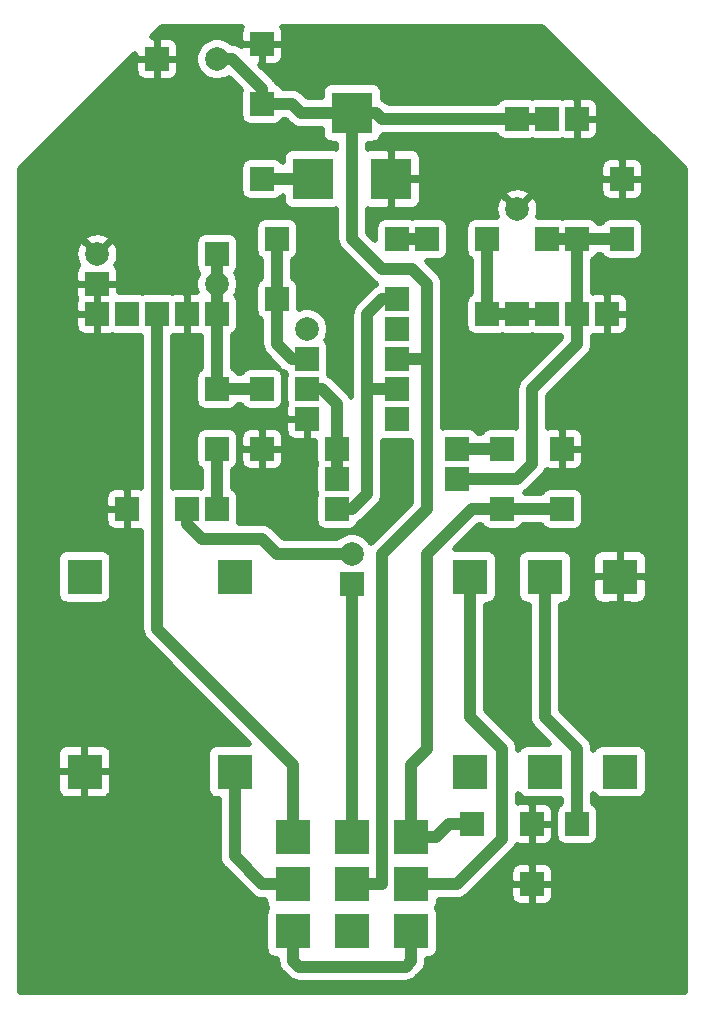
<source format=gbr>
G04 #@! TF.GenerationSoftware,KiCad,Pcbnew,5.1.6-c6e7f7d~87~ubuntu19.10.1*
G04 #@! TF.CreationDate,2021-07-04T18:41:33+06:00*
G04 #@! TF.ProjectId,distortion_+_r2a,64697374-6f72-4746-996f-6e5f2b5f7232,2A*
G04 #@! TF.SameCoordinates,Original*
G04 #@! TF.FileFunction,Copper,L2,Bot*
G04 #@! TF.FilePolarity,Positive*
%FSLAX46Y46*%
G04 Gerber Fmt 4.6, Leading zero omitted, Abs format (unit mm)*
G04 Created by KiCad (PCBNEW 5.1.6-c6e7f7d~87~ubuntu19.10.1) date 2021-07-04 18:41:33*
%MOMM*%
%LPD*%
G01*
G04 APERTURE LIST*
G04 #@! TA.AperFunction,ComponentPad*
%ADD10R,2.000000X2.000000*%
G04 #@! TD*
G04 #@! TA.AperFunction,ComponentPad*
%ADD11C,2.000000*%
G04 #@! TD*
G04 #@! TA.AperFunction,ComponentPad*
%ADD12R,3.500000X3.500000*%
G04 #@! TD*
G04 #@! TA.AperFunction,ComponentPad*
%ADD13R,3.000000X3.000000*%
G04 #@! TD*
G04 #@! TA.AperFunction,Conductor*
%ADD14C,1.000000*%
G04 #@! TD*
G04 #@! TA.AperFunction,Conductor*
%ADD15C,0.500000*%
G04 #@! TD*
G04 APERTURE END LIST*
D10*
X127000000Y-119380000D03*
X124460000Y-119380000D03*
X121920000Y-119380000D03*
X119380000Y-119380000D03*
X116840000Y-119380000D03*
X93980000Y-119380000D03*
X91440000Y-119380000D03*
X88900000Y-119380000D03*
X86360000Y-119380000D03*
X83820000Y-119380000D03*
D11*
X119380000Y-110490000D03*
D10*
X119380000Y-102870000D03*
X120650000Y-167640000D03*
D11*
X93980000Y-116840000D03*
D10*
X83820000Y-116840000D03*
D11*
X83820000Y-114300000D03*
D10*
X93980000Y-114300000D03*
X104140000Y-135890000D03*
X93980000Y-135890000D03*
X99060000Y-118110000D03*
X109220000Y-118110000D03*
X104140000Y-133350000D03*
X114300000Y-133350000D03*
X109220000Y-113030000D03*
X99060000Y-113030000D03*
X114300000Y-130810000D03*
X104140000Y-130810000D03*
X109220000Y-120650000D03*
X109220000Y-123190000D03*
X109220000Y-125730000D03*
X109220000Y-128270000D03*
X101600000Y-128270000D03*
X101600000Y-125730000D03*
X101600000Y-123190000D03*
D11*
X101600000Y-120650000D03*
D10*
X97790000Y-125730000D03*
X97790000Y-130810000D03*
X93980000Y-130810000D03*
X93980000Y-125730000D03*
X116840000Y-113030000D03*
X111760000Y-113030000D03*
X118110000Y-135890000D03*
X118110000Y-130810000D03*
X123190000Y-135890000D03*
X123190000Y-130810000D03*
X124460000Y-102870000D03*
X124460000Y-113030000D03*
X121920000Y-113030000D03*
X121920000Y-102870000D03*
X120650000Y-162560000D03*
X115570000Y-162560000D03*
X128270000Y-113030000D03*
X128270000Y-107950000D03*
X97790000Y-101600000D03*
X97790000Y-96520000D03*
D11*
X93980000Y-97790000D03*
D10*
X88900000Y-97790000D03*
D12*
X105410000Y-102340000D03*
X102110000Y-107940000D03*
X108710000Y-107940000D03*
D13*
X82740000Y-158110000D03*
X95440000Y-158110000D03*
X82740000Y-141610000D03*
X95440000Y-141610000D03*
X128080000Y-141610000D03*
X121730000Y-141610000D03*
X115380000Y-141610000D03*
X128080000Y-158110000D03*
X121730000Y-158110000D03*
X115380000Y-158110000D03*
D10*
X124460000Y-162560000D03*
X86360000Y-135890000D03*
X91440000Y-135890000D03*
D11*
X105410000Y-139700000D03*
D10*
X105410000Y-142240000D03*
X97790000Y-107950000D03*
D13*
X110410000Y-167640000D03*
X110410000Y-171640000D03*
X110410000Y-163640000D03*
X105410000Y-167640000D03*
X105410000Y-171640000D03*
X105410000Y-163640000D03*
X100410000Y-163640000D03*
X100410000Y-167640000D03*
X100410000Y-171640000D03*
D14*
X99060000Y-139700000D02*
X105410000Y-139700000D01*
X97790000Y-138430000D02*
X99060000Y-139700000D01*
X91440000Y-137160000D02*
X92710000Y-138430000D01*
X92710000Y-138430000D02*
X97790000Y-138430000D01*
X91440000Y-135890000D02*
X91440000Y-137160000D01*
X105410000Y-163640000D02*
X105410000Y-142240000D01*
X110410000Y-174140000D02*
X110410000Y-171640000D01*
X109925000Y-174625000D02*
X110410000Y-174140000D01*
X100895000Y-174625000D02*
X109925000Y-174625000D01*
X100410000Y-174140000D02*
X100895000Y-174625000D01*
X100410000Y-171640000D02*
X100410000Y-174140000D01*
X113570000Y-162560000D02*
X115570000Y-162560000D01*
X110410000Y-163640000D02*
X112490000Y-163640000D01*
X112490000Y-163640000D02*
X113570000Y-162560000D01*
X111760000Y-139700000D02*
X115570000Y-135890000D01*
X111760000Y-156210000D02*
X111760000Y-139700000D01*
X110410000Y-163640000D02*
X110410000Y-157560000D01*
X110410000Y-157560000D02*
X111760000Y-156210000D01*
X115570000Y-135890000D02*
X118110000Y-135890000D01*
X118110000Y-135890000D02*
X123190000Y-135890000D01*
X114300000Y-167640000D02*
X111680000Y-167640000D01*
X118110000Y-163830000D02*
X114300000Y-167640000D01*
X118110000Y-156210000D02*
X118110000Y-163830000D01*
X115380000Y-141610000D02*
X115380000Y-153480000D01*
X115380000Y-153480000D02*
X118110000Y-156210000D01*
X100410000Y-157560000D02*
X100410000Y-163640000D01*
X88900000Y-119380000D02*
X88900000Y-146050000D01*
X88900000Y-146050000D02*
X100410000Y-157560000D01*
X100410000Y-167640000D02*
X97790000Y-167640000D01*
X95440000Y-165290000D02*
X97790000Y-167640000D01*
X95440000Y-158110000D02*
X95440000Y-165290000D01*
X97790000Y-107950000D02*
X102110000Y-107950000D01*
X121730000Y-153480000D02*
X121730000Y-141610000D01*
X124460000Y-162560000D02*
X124460000Y-156210000D01*
X124460000Y-156210000D02*
X121730000Y-153480000D01*
X114300000Y-130810000D02*
X118110000Y-130810000D01*
X116840000Y-113030000D02*
X116840000Y-119380000D01*
X116840000Y-119380000D02*
X119380000Y-119380000D01*
X119380000Y-119380000D02*
X121920000Y-119380000D01*
X109220000Y-113030000D02*
X111760000Y-113030000D01*
X93980000Y-130810000D02*
X93980000Y-135890000D01*
X93980000Y-114300000D02*
X93980000Y-116840000D01*
X93980000Y-116840000D02*
X93980000Y-119380000D01*
X93980000Y-125730000D02*
X97790000Y-125730000D01*
X93980000Y-119380000D02*
X93980000Y-125730000D01*
X109220000Y-125730000D02*
X106680000Y-125730000D01*
X106680000Y-125730000D02*
X106680000Y-134620000D01*
X105410000Y-135890000D02*
X106680000Y-134620000D01*
X104140000Y-135890000D02*
X105410000Y-135890000D01*
X106680000Y-119380000D02*
X107950000Y-118110000D01*
X109220000Y-118110000D02*
X107950000Y-118110000D01*
X106680000Y-119380000D02*
X106680000Y-125730000D01*
X104140000Y-130810000D02*
X104140000Y-133350000D01*
X102870000Y-125730000D02*
X104140000Y-127000000D01*
X104140000Y-127000000D02*
X104140000Y-130810000D01*
X101600000Y-125730000D02*
X102870000Y-125730000D01*
X99060000Y-113030000D02*
X99060000Y-118110000D01*
X99060000Y-118110000D02*
X99060000Y-121920000D01*
X99060000Y-121920000D02*
X100330000Y-123190000D01*
X100330000Y-123190000D02*
X101600000Y-123190000D01*
X97790000Y-101600000D02*
X100330000Y-101600000D01*
X101070000Y-102340000D02*
X100330000Y-101600000D01*
X105410000Y-102340000D02*
X101070000Y-102340000D01*
X93980000Y-97790000D02*
X95250000Y-97790000D01*
X95250000Y-97790000D02*
X97790000Y-100330000D01*
X97790000Y-100330000D02*
X97790000Y-101600000D01*
X109220000Y-123190000D02*
X111760000Y-123190000D01*
X105410000Y-113030000D02*
X105410000Y-102340000D01*
X107950000Y-115570000D02*
X105410000Y-113030000D01*
X110490000Y-115570000D02*
X111760000Y-116840000D01*
X111760000Y-123190000D02*
X111760000Y-116840000D01*
X110490000Y-115570000D02*
X107950000Y-115570000D01*
X107950000Y-139700000D02*
X107950000Y-167640000D01*
X107950000Y-167640000D02*
X105410000Y-167640000D01*
X111760000Y-123190000D02*
X111760000Y-135890000D01*
X111760000Y-135890000D02*
X107950000Y-139700000D01*
X105410000Y-102340000D02*
X107420000Y-102340000D01*
X107420000Y-102340000D02*
X107950000Y-102870000D01*
X107950000Y-102870000D02*
X119380000Y-102870000D01*
X119380000Y-102870000D02*
X121920000Y-102870000D01*
X124460000Y-113030000D02*
X124460000Y-119380000D01*
X124460000Y-113030000D02*
X128270000Y-113030000D01*
X124460000Y-121920000D02*
X120650000Y-125730000D01*
X124460000Y-119380000D02*
X124460000Y-121920000D01*
X120650000Y-132080000D02*
X120650000Y-125730000D01*
X114300000Y-133350000D02*
X119380000Y-133350000D01*
X119380000Y-133350000D02*
X120650000Y-132080000D01*
X121920000Y-113030000D02*
X124460000Y-113030000D01*
D15*
G36*
X96079831Y-95045480D02*
G01*
X96000902Y-95193145D01*
X95952299Y-95353371D01*
X95935887Y-95520000D01*
X95940000Y-96257500D01*
X96152500Y-96470000D01*
X97740000Y-96470000D01*
X97740000Y-96450000D01*
X97840000Y-96450000D01*
X97840000Y-96470000D01*
X99427500Y-96470000D01*
X99640000Y-96257500D01*
X99644113Y-95520000D01*
X99627701Y-95353371D01*
X99579098Y-95193145D01*
X99500169Y-95045480D01*
X99487465Y-95030000D01*
X121485077Y-95030000D01*
X133570000Y-107114925D01*
X133570001Y-176750000D01*
X77250000Y-176750000D01*
X77250000Y-159610000D01*
X80385887Y-159610000D01*
X80402299Y-159776629D01*
X80450902Y-159936855D01*
X80529831Y-160084520D01*
X80636051Y-160213949D01*
X80765480Y-160320169D01*
X80913145Y-160399098D01*
X81073371Y-160447701D01*
X81240000Y-160464113D01*
X82477500Y-160460000D01*
X82690000Y-160247500D01*
X82690000Y-158160000D01*
X82790000Y-158160000D01*
X82790000Y-160247500D01*
X83002500Y-160460000D01*
X84240000Y-160464113D01*
X84406629Y-160447701D01*
X84566855Y-160399098D01*
X84714520Y-160320169D01*
X84843949Y-160213949D01*
X84950169Y-160084520D01*
X85029098Y-159936855D01*
X85077701Y-159776629D01*
X85094113Y-159610000D01*
X85090000Y-158372500D01*
X84877500Y-158160000D01*
X82790000Y-158160000D01*
X82690000Y-158160000D01*
X80602500Y-158160000D01*
X80390000Y-158372500D01*
X80385887Y-159610000D01*
X77250000Y-159610000D01*
X77250000Y-156610000D01*
X80385887Y-156610000D01*
X80390000Y-157847500D01*
X80602500Y-158060000D01*
X82690000Y-158060000D01*
X82690000Y-155972500D01*
X82790000Y-155972500D01*
X82790000Y-158060000D01*
X84877500Y-158060000D01*
X85090000Y-157847500D01*
X85094113Y-156610000D01*
X85077701Y-156443371D01*
X85029098Y-156283145D01*
X84950169Y-156135480D01*
X84843949Y-156006051D01*
X84714520Y-155899831D01*
X84566855Y-155820902D01*
X84406629Y-155772299D01*
X84240000Y-155755887D01*
X83002500Y-155760000D01*
X82790000Y-155972500D01*
X82690000Y-155972500D01*
X82477500Y-155760000D01*
X81240000Y-155755887D01*
X81073371Y-155772299D01*
X80913145Y-155820902D01*
X80765480Y-155899831D01*
X80636051Y-156006051D01*
X80529831Y-156135480D01*
X80450902Y-156283145D01*
X80402299Y-156443371D01*
X80385887Y-156610000D01*
X77250000Y-156610000D01*
X77250000Y-140110000D01*
X80385888Y-140110000D01*
X80385888Y-143110000D01*
X80402300Y-143276629D01*
X80450903Y-143436855D01*
X80529832Y-143584519D01*
X80636052Y-143713948D01*
X80765481Y-143820168D01*
X80913145Y-143899097D01*
X81073371Y-143947700D01*
X81240000Y-143964112D01*
X84240000Y-143964112D01*
X84406629Y-143947700D01*
X84566855Y-143899097D01*
X84714519Y-143820168D01*
X84843948Y-143713948D01*
X84950168Y-143584519D01*
X85029097Y-143436855D01*
X85077700Y-143276629D01*
X85094112Y-143110000D01*
X85094112Y-140110000D01*
X85077700Y-139943371D01*
X85029097Y-139783145D01*
X84950168Y-139635481D01*
X84843948Y-139506052D01*
X84714519Y-139399832D01*
X84566855Y-139320903D01*
X84406629Y-139272300D01*
X84240000Y-139255888D01*
X81240000Y-139255888D01*
X81073371Y-139272300D01*
X80913145Y-139320903D01*
X80765481Y-139399832D01*
X80636052Y-139506052D01*
X80529832Y-139635481D01*
X80450903Y-139783145D01*
X80402300Y-139943371D01*
X80385888Y-140110000D01*
X77250000Y-140110000D01*
X77250000Y-136890000D01*
X84505887Y-136890000D01*
X84522299Y-137056629D01*
X84570902Y-137216855D01*
X84649831Y-137364520D01*
X84756051Y-137493949D01*
X84885480Y-137600169D01*
X85033145Y-137679098D01*
X85193371Y-137727701D01*
X85360000Y-137744113D01*
X86097500Y-137740000D01*
X86310000Y-137527500D01*
X86310000Y-135940000D01*
X84722500Y-135940000D01*
X84510000Y-136152500D01*
X84505887Y-136890000D01*
X77250000Y-136890000D01*
X77250000Y-134890000D01*
X84505887Y-134890000D01*
X84510000Y-135627500D01*
X84722500Y-135840000D01*
X86310000Y-135840000D01*
X86310000Y-134252500D01*
X86097500Y-134040000D01*
X85360000Y-134035887D01*
X85193371Y-134052299D01*
X85033145Y-134100902D01*
X84885480Y-134179831D01*
X84756051Y-134286051D01*
X84649831Y-134415480D01*
X84570902Y-134563145D01*
X84522299Y-134723371D01*
X84505887Y-134890000D01*
X77250000Y-134890000D01*
X77250000Y-120380000D01*
X81965887Y-120380000D01*
X81982299Y-120546629D01*
X82030902Y-120706855D01*
X82109831Y-120854520D01*
X82216051Y-120983949D01*
X82345480Y-121090169D01*
X82493145Y-121169098D01*
X82653371Y-121217701D01*
X82820000Y-121234113D01*
X83557500Y-121230000D01*
X83770000Y-121017500D01*
X83770000Y-119430000D01*
X82182500Y-119430000D01*
X81970000Y-119642500D01*
X81965887Y-120380000D01*
X77250000Y-120380000D01*
X77250000Y-117840000D01*
X81965887Y-117840000D01*
X81982299Y-118006629D01*
X82013656Y-118110000D01*
X81982299Y-118213371D01*
X81965887Y-118380000D01*
X81970000Y-119117500D01*
X82182500Y-119330000D01*
X83770000Y-119330000D01*
X83770000Y-116890000D01*
X83870000Y-116890000D01*
X83870000Y-119330000D01*
X83890000Y-119330000D01*
X83890000Y-119430000D01*
X83870000Y-119430000D01*
X83870000Y-121017500D01*
X84082500Y-121230000D01*
X84820000Y-121234113D01*
X84986629Y-121217701D01*
X85090002Y-121186344D01*
X85193371Y-121217700D01*
X85360000Y-121234112D01*
X87360000Y-121234112D01*
X87526629Y-121217700D01*
X87550000Y-121210611D01*
X87550001Y-134059389D01*
X87526629Y-134052299D01*
X87360000Y-134035887D01*
X86622500Y-134040000D01*
X86410000Y-134252500D01*
X86410000Y-135840000D01*
X86430000Y-135840000D01*
X86430000Y-135940000D01*
X86410000Y-135940000D01*
X86410000Y-137527500D01*
X86622500Y-137740000D01*
X87360000Y-137744113D01*
X87526629Y-137727701D01*
X87550001Y-137720611D01*
X87550001Y-145983671D01*
X87543468Y-146050000D01*
X87569534Y-146314646D01*
X87646729Y-146569122D01*
X87772085Y-146803649D01*
X87898510Y-146957698D01*
X87898514Y-146957702D01*
X87940788Y-147009213D01*
X87992299Y-147051487D01*
X96696699Y-155755888D01*
X93940000Y-155755888D01*
X93773371Y-155772300D01*
X93613145Y-155820903D01*
X93465481Y-155899832D01*
X93336052Y-156006052D01*
X93229832Y-156135481D01*
X93150903Y-156283145D01*
X93102300Y-156443371D01*
X93085888Y-156610000D01*
X93085888Y-159610000D01*
X93102300Y-159776629D01*
X93150903Y-159936855D01*
X93229832Y-160084519D01*
X93336052Y-160213948D01*
X93465481Y-160320168D01*
X93613145Y-160399097D01*
X93773371Y-160447700D01*
X93940000Y-160464112D01*
X94090000Y-160464112D01*
X94090001Y-165223671D01*
X94083468Y-165290000D01*
X94109534Y-165554646D01*
X94186729Y-165809122D01*
X94312085Y-166043649D01*
X94438510Y-166197698D01*
X94438514Y-166197702D01*
X94480788Y-166249213D01*
X94532299Y-166291487D01*
X96788513Y-168547702D01*
X96830787Y-168599213D01*
X96882298Y-168641487D01*
X96882301Y-168641490D01*
X97036350Y-168767915D01*
X97108780Y-168806629D01*
X97270878Y-168893272D01*
X97525354Y-168970467D01*
X97723679Y-168990000D01*
X97723681Y-168990000D01*
X97790000Y-168996532D01*
X97856319Y-168990000D01*
X98055888Y-168990000D01*
X98055888Y-169140000D01*
X98072300Y-169306629D01*
X98120903Y-169466855D01*
X98199832Y-169614519D01*
X98220744Y-169640000D01*
X98199832Y-169665481D01*
X98120903Y-169813145D01*
X98072300Y-169973371D01*
X98055888Y-170140000D01*
X98055888Y-173140000D01*
X98072300Y-173306629D01*
X98120903Y-173466855D01*
X98199832Y-173614519D01*
X98306052Y-173743948D01*
X98435481Y-173850168D01*
X98583145Y-173929097D01*
X98743371Y-173977700D01*
X98910000Y-173994112D01*
X99060001Y-173994112D01*
X99060001Y-174073671D01*
X99053468Y-174140000D01*
X99079534Y-174404646D01*
X99156729Y-174659122D01*
X99282085Y-174893649D01*
X99408510Y-175047698D01*
X99408514Y-175047702D01*
X99450788Y-175099213D01*
X99502300Y-175141488D01*
X99893505Y-175532692D01*
X99935787Y-175584213D01*
X100141351Y-175752915D01*
X100375878Y-175878272D01*
X100630354Y-175955467D01*
X100828679Y-175975000D01*
X100828681Y-175975000D01*
X100895000Y-175981532D01*
X100961319Y-175975000D01*
X109858681Y-175975000D01*
X109925000Y-175981532D01*
X109991319Y-175975000D01*
X109991321Y-175975000D01*
X110189646Y-175955467D01*
X110444122Y-175878272D01*
X110678649Y-175752915D01*
X110884213Y-175584213D01*
X110926492Y-175532696D01*
X111317696Y-175141491D01*
X111369212Y-175099213D01*
X111537915Y-174893649D01*
X111663272Y-174659122D01*
X111740467Y-174404646D01*
X111760000Y-174206321D01*
X111760000Y-174206319D01*
X111766532Y-174140000D01*
X111760000Y-174073681D01*
X111760000Y-173994112D01*
X111910000Y-173994112D01*
X112076629Y-173977700D01*
X112236855Y-173929097D01*
X112384519Y-173850168D01*
X112513948Y-173743948D01*
X112620168Y-173614519D01*
X112699097Y-173466855D01*
X112747700Y-173306629D01*
X112764112Y-173140000D01*
X112764112Y-170140000D01*
X112747700Y-169973371D01*
X112699097Y-169813145D01*
X112620168Y-169665481D01*
X112599256Y-169640000D01*
X112620168Y-169614519D01*
X112699097Y-169466855D01*
X112747700Y-169306629D01*
X112764112Y-169140000D01*
X112764112Y-168990000D01*
X114233681Y-168990000D01*
X114300000Y-168996532D01*
X114366319Y-168990000D01*
X114366321Y-168990000D01*
X114564646Y-168970467D01*
X114819122Y-168893272D01*
X115053649Y-168767915D01*
X115209513Y-168640000D01*
X118795887Y-168640000D01*
X118812299Y-168806629D01*
X118860902Y-168966855D01*
X118939831Y-169114520D01*
X119046051Y-169243949D01*
X119175480Y-169350169D01*
X119323145Y-169429098D01*
X119483371Y-169477701D01*
X119650000Y-169494113D01*
X120387500Y-169490000D01*
X120600000Y-169277500D01*
X120600000Y-167690000D01*
X120700000Y-167690000D01*
X120700000Y-169277500D01*
X120912500Y-169490000D01*
X121650000Y-169494113D01*
X121816629Y-169477701D01*
X121976855Y-169429098D01*
X122124520Y-169350169D01*
X122253949Y-169243949D01*
X122360169Y-169114520D01*
X122439098Y-168966855D01*
X122487701Y-168806629D01*
X122504113Y-168640000D01*
X122500000Y-167902500D01*
X122287500Y-167690000D01*
X120700000Y-167690000D01*
X120600000Y-167690000D01*
X119012500Y-167690000D01*
X118800000Y-167902500D01*
X118795887Y-168640000D01*
X115209513Y-168640000D01*
X115259213Y-168599213D01*
X115301491Y-168547697D01*
X117209188Y-166640000D01*
X118795887Y-166640000D01*
X118800000Y-167377500D01*
X119012500Y-167590000D01*
X120600000Y-167590000D01*
X120600000Y-166002500D01*
X120700000Y-166002500D01*
X120700000Y-167590000D01*
X122287500Y-167590000D01*
X122500000Y-167377500D01*
X122504113Y-166640000D01*
X122487701Y-166473371D01*
X122439098Y-166313145D01*
X122360169Y-166165480D01*
X122253949Y-166036051D01*
X122124520Y-165929831D01*
X121976855Y-165850902D01*
X121816629Y-165802299D01*
X121650000Y-165785887D01*
X120912500Y-165790000D01*
X120700000Y-166002500D01*
X120600000Y-166002500D01*
X120387500Y-165790000D01*
X119650000Y-165785887D01*
X119483371Y-165802299D01*
X119323145Y-165850902D01*
X119175480Y-165929831D01*
X119046051Y-166036051D01*
X118939831Y-166165480D01*
X118860902Y-166313145D01*
X118812299Y-166473371D01*
X118795887Y-166640000D01*
X117209188Y-166640000D01*
X119017697Y-164831491D01*
X119069213Y-164789213D01*
X119142275Y-164700187D01*
X119237915Y-164583650D01*
X119357685Y-164359575D01*
X119483371Y-164397701D01*
X119650000Y-164414113D01*
X120387500Y-164410000D01*
X120600000Y-164197500D01*
X120600000Y-162610000D01*
X120700000Y-162610000D01*
X120700000Y-164197500D01*
X120912500Y-164410000D01*
X121650000Y-164414113D01*
X121816629Y-164397701D01*
X121976855Y-164349098D01*
X122124520Y-164270169D01*
X122253949Y-164163949D01*
X122360169Y-164034520D01*
X122439098Y-163886855D01*
X122487701Y-163726629D01*
X122504113Y-163560000D01*
X122500000Y-162822500D01*
X122287500Y-162610000D01*
X120700000Y-162610000D01*
X120600000Y-162610000D01*
X120580000Y-162610000D01*
X120580000Y-162510000D01*
X120600000Y-162510000D01*
X120600000Y-160922500D01*
X120700000Y-160922500D01*
X120700000Y-162510000D01*
X122287500Y-162510000D01*
X122500000Y-162297500D01*
X122504113Y-161560000D01*
X122487701Y-161393371D01*
X122439098Y-161233145D01*
X122360169Y-161085480D01*
X122253949Y-160956051D01*
X122124520Y-160849831D01*
X121976855Y-160770902D01*
X121816629Y-160722299D01*
X121650000Y-160705887D01*
X120912500Y-160710000D01*
X120700000Y-160922500D01*
X120600000Y-160922500D01*
X120387500Y-160710000D01*
X119650000Y-160705887D01*
X119483371Y-160722299D01*
X119460000Y-160729388D01*
X119460000Y-159972583D01*
X119519832Y-160084519D01*
X119626052Y-160213948D01*
X119755481Y-160320168D01*
X119903145Y-160399097D01*
X120063371Y-160447700D01*
X120230000Y-160464112D01*
X123110000Y-160464112D01*
X123110000Y-160783274D01*
X122985481Y-160849832D01*
X122856052Y-160956052D01*
X122749832Y-161085481D01*
X122670903Y-161233145D01*
X122622300Y-161393371D01*
X122605888Y-161560000D01*
X122605888Y-163560000D01*
X122622300Y-163726629D01*
X122670903Y-163886855D01*
X122749832Y-164034519D01*
X122856052Y-164163948D01*
X122985481Y-164270168D01*
X123133145Y-164349097D01*
X123293371Y-164397700D01*
X123460000Y-164414112D01*
X125460000Y-164414112D01*
X125626629Y-164397700D01*
X125786855Y-164349097D01*
X125934519Y-164270168D01*
X126063948Y-164163948D01*
X126170168Y-164034519D01*
X126249097Y-163886855D01*
X126297700Y-163726629D01*
X126314112Y-163560000D01*
X126314112Y-161560000D01*
X126297700Y-161393371D01*
X126249097Y-161233145D01*
X126170168Y-161085481D01*
X126063948Y-160956052D01*
X125934519Y-160849832D01*
X125810000Y-160783274D01*
X125810000Y-159972583D01*
X125869832Y-160084519D01*
X125976052Y-160213948D01*
X126105481Y-160320168D01*
X126253145Y-160399097D01*
X126413371Y-160447700D01*
X126580000Y-160464112D01*
X129580000Y-160464112D01*
X129746629Y-160447700D01*
X129906855Y-160399097D01*
X130054519Y-160320168D01*
X130183948Y-160213948D01*
X130290168Y-160084519D01*
X130369097Y-159936855D01*
X130417700Y-159776629D01*
X130434112Y-159610000D01*
X130434112Y-156610000D01*
X130417700Y-156443371D01*
X130369097Y-156283145D01*
X130290168Y-156135481D01*
X130183948Y-156006052D01*
X130054519Y-155899832D01*
X129906855Y-155820903D01*
X129746629Y-155772300D01*
X129580000Y-155755888D01*
X126580000Y-155755888D01*
X126413371Y-155772300D01*
X126253145Y-155820903D01*
X126105481Y-155899832D01*
X125976052Y-156006052D01*
X125869832Y-156135481D01*
X125813490Y-156240889D01*
X125816532Y-156209999D01*
X125810000Y-156143679D01*
X125790467Y-155945354D01*
X125713272Y-155690878D01*
X125587916Y-155456352D01*
X125587915Y-155456350D01*
X125461490Y-155302301D01*
X125461487Y-155302298D01*
X125419213Y-155250787D01*
X125367700Y-155208511D01*
X123080000Y-152920812D01*
X123080000Y-143964112D01*
X123230000Y-143964112D01*
X123396629Y-143947700D01*
X123556855Y-143899097D01*
X123704519Y-143820168D01*
X123833948Y-143713948D01*
X123940168Y-143584519D01*
X124019097Y-143436855D01*
X124067700Y-143276629D01*
X124084112Y-143110000D01*
X125725887Y-143110000D01*
X125742299Y-143276629D01*
X125790902Y-143436855D01*
X125869831Y-143584520D01*
X125976051Y-143713949D01*
X126105480Y-143820169D01*
X126253145Y-143899098D01*
X126413371Y-143947701D01*
X126580000Y-143964113D01*
X127817500Y-143960000D01*
X128030000Y-143747500D01*
X128030000Y-141660000D01*
X128130000Y-141660000D01*
X128130000Y-143747500D01*
X128342500Y-143960000D01*
X129580000Y-143964113D01*
X129746629Y-143947701D01*
X129906855Y-143899098D01*
X130054520Y-143820169D01*
X130183949Y-143713949D01*
X130290169Y-143584520D01*
X130369098Y-143436855D01*
X130417701Y-143276629D01*
X130434113Y-143110000D01*
X130430000Y-141872500D01*
X130217500Y-141660000D01*
X128130000Y-141660000D01*
X128030000Y-141660000D01*
X125942500Y-141660000D01*
X125730000Y-141872500D01*
X125725887Y-143110000D01*
X124084112Y-143110000D01*
X124084112Y-140110000D01*
X125725887Y-140110000D01*
X125730000Y-141347500D01*
X125942500Y-141560000D01*
X128030000Y-141560000D01*
X128030000Y-139472500D01*
X128130000Y-139472500D01*
X128130000Y-141560000D01*
X130217500Y-141560000D01*
X130430000Y-141347500D01*
X130434113Y-140110000D01*
X130417701Y-139943371D01*
X130369098Y-139783145D01*
X130290169Y-139635480D01*
X130183949Y-139506051D01*
X130054520Y-139399831D01*
X129906855Y-139320902D01*
X129746629Y-139272299D01*
X129580000Y-139255887D01*
X128342500Y-139260000D01*
X128130000Y-139472500D01*
X128030000Y-139472500D01*
X127817500Y-139260000D01*
X126580000Y-139255887D01*
X126413371Y-139272299D01*
X126253145Y-139320902D01*
X126105480Y-139399831D01*
X125976051Y-139506051D01*
X125869831Y-139635480D01*
X125790902Y-139783145D01*
X125742299Y-139943371D01*
X125725887Y-140110000D01*
X124084112Y-140110000D01*
X124067700Y-139943371D01*
X124019097Y-139783145D01*
X123940168Y-139635481D01*
X123833948Y-139506052D01*
X123704519Y-139399832D01*
X123556855Y-139320903D01*
X123396629Y-139272300D01*
X123230000Y-139255888D01*
X120230000Y-139255888D01*
X120063371Y-139272300D01*
X119903145Y-139320903D01*
X119755481Y-139399832D01*
X119626052Y-139506052D01*
X119519832Y-139635481D01*
X119440903Y-139783145D01*
X119392300Y-139943371D01*
X119375888Y-140110000D01*
X119375888Y-143110000D01*
X119392300Y-143276629D01*
X119440903Y-143436855D01*
X119519832Y-143584519D01*
X119626052Y-143713948D01*
X119755481Y-143820168D01*
X119903145Y-143899097D01*
X120063371Y-143947700D01*
X120230000Y-143964112D01*
X120380001Y-143964112D01*
X120380000Y-153413681D01*
X120373468Y-153480000D01*
X120380000Y-153546319D01*
X120380000Y-153546320D01*
X120399533Y-153744645D01*
X120476728Y-153999121D01*
X120476729Y-153999122D01*
X120602085Y-154233649D01*
X120728510Y-154387698D01*
X120728513Y-154387701D01*
X120770787Y-154439212D01*
X120822299Y-154481487D01*
X122096700Y-155755888D01*
X120230000Y-155755888D01*
X120063371Y-155772300D01*
X119903145Y-155820903D01*
X119755481Y-155899832D01*
X119626052Y-156006052D01*
X119519832Y-156135481D01*
X119463490Y-156240889D01*
X119466532Y-156209999D01*
X119460000Y-156143679D01*
X119440467Y-155945354D01*
X119363272Y-155690878D01*
X119237916Y-155456352D01*
X119237915Y-155456350D01*
X119111490Y-155302301D01*
X119111483Y-155302294D01*
X119069212Y-155250787D01*
X119017706Y-155208518D01*
X116730000Y-152920812D01*
X116730000Y-143964112D01*
X116880000Y-143964112D01*
X117046629Y-143947700D01*
X117206855Y-143899097D01*
X117354519Y-143820168D01*
X117483948Y-143713948D01*
X117590168Y-143584519D01*
X117669097Y-143436855D01*
X117717700Y-143276629D01*
X117734112Y-143110000D01*
X117734112Y-140110000D01*
X117717700Y-139943371D01*
X117669097Y-139783145D01*
X117590168Y-139635481D01*
X117483948Y-139506052D01*
X117354519Y-139399832D01*
X117206855Y-139320903D01*
X117046629Y-139272300D01*
X116880000Y-139255888D01*
X114113300Y-139255888D01*
X116129188Y-137240000D01*
X116333274Y-137240000D01*
X116399832Y-137364519D01*
X116506052Y-137493948D01*
X116635481Y-137600168D01*
X116783145Y-137679097D01*
X116943371Y-137727700D01*
X117110000Y-137744112D01*
X119110000Y-137744112D01*
X119276629Y-137727700D01*
X119436855Y-137679097D01*
X119584519Y-137600168D01*
X119713948Y-137493948D01*
X119820168Y-137364519D01*
X119886726Y-137240000D01*
X121413274Y-137240000D01*
X121479832Y-137364519D01*
X121586052Y-137493948D01*
X121715481Y-137600168D01*
X121863145Y-137679097D01*
X122023371Y-137727700D01*
X122190000Y-137744112D01*
X124190000Y-137744112D01*
X124356629Y-137727700D01*
X124516855Y-137679097D01*
X124664519Y-137600168D01*
X124793948Y-137493948D01*
X124900168Y-137364519D01*
X124979097Y-137216855D01*
X125027700Y-137056629D01*
X125044112Y-136890000D01*
X125044112Y-134890000D01*
X125027700Y-134723371D01*
X124979097Y-134563145D01*
X124900168Y-134415481D01*
X124793948Y-134286052D01*
X124664519Y-134179832D01*
X124516855Y-134100903D01*
X124356629Y-134052300D01*
X124190000Y-134035888D01*
X122190000Y-134035888D01*
X122023371Y-134052300D01*
X121863145Y-134100903D01*
X121715481Y-134179832D01*
X121586052Y-134286052D01*
X121479832Y-134415481D01*
X121413274Y-134540000D01*
X120017496Y-134540000D01*
X120133649Y-134477915D01*
X120339213Y-134309213D01*
X120381491Y-134257697D01*
X121557706Y-133081483D01*
X121609212Y-133039213D01*
X121651483Y-132987706D01*
X121651490Y-132987699D01*
X121777915Y-132833650D01*
X121844919Y-132708293D01*
X121897685Y-132609575D01*
X122023371Y-132647701D01*
X122190000Y-132664113D01*
X122927500Y-132660000D01*
X123140000Y-132447500D01*
X123140000Y-130860000D01*
X123240000Y-130860000D01*
X123240000Y-132447500D01*
X123452500Y-132660000D01*
X124190000Y-132664113D01*
X124356629Y-132647701D01*
X124516855Y-132599098D01*
X124664520Y-132520169D01*
X124793949Y-132413949D01*
X124900169Y-132284520D01*
X124979098Y-132136855D01*
X125027701Y-131976629D01*
X125044113Y-131810000D01*
X125040000Y-131072500D01*
X124827500Y-130860000D01*
X123240000Y-130860000D01*
X123140000Y-130860000D01*
X123120000Y-130860000D01*
X123120000Y-130760000D01*
X123140000Y-130760000D01*
X123140000Y-129172500D01*
X123240000Y-129172500D01*
X123240000Y-130760000D01*
X124827500Y-130760000D01*
X125040000Y-130547500D01*
X125044113Y-129810000D01*
X125027701Y-129643371D01*
X124979098Y-129483145D01*
X124900169Y-129335480D01*
X124793949Y-129206051D01*
X124664520Y-129099831D01*
X124516855Y-129020902D01*
X124356629Y-128972299D01*
X124190000Y-128955887D01*
X123452500Y-128960000D01*
X123240000Y-129172500D01*
X123140000Y-129172500D01*
X122927500Y-128960000D01*
X122190000Y-128955887D01*
X122023371Y-128972299D01*
X122000000Y-128979388D01*
X122000000Y-126289188D01*
X125367697Y-122921491D01*
X125419213Y-122879213D01*
X125492275Y-122790187D01*
X125587915Y-122673650D01*
X125713272Y-122439123D01*
X125769444Y-122253948D01*
X125790467Y-122184646D01*
X125810000Y-121986321D01*
X125810000Y-121986319D01*
X125816532Y-121920000D01*
X125810000Y-121853681D01*
X125810000Y-121210612D01*
X125833371Y-121217701D01*
X126000000Y-121234113D01*
X126737500Y-121230000D01*
X126950000Y-121017500D01*
X126950000Y-119430000D01*
X127050000Y-119430000D01*
X127050000Y-121017500D01*
X127262500Y-121230000D01*
X128000000Y-121234113D01*
X128166629Y-121217701D01*
X128326855Y-121169098D01*
X128474520Y-121090169D01*
X128603949Y-120983949D01*
X128710169Y-120854520D01*
X128789098Y-120706855D01*
X128837701Y-120546629D01*
X128854113Y-120380000D01*
X128850000Y-119642500D01*
X128637500Y-119430000D01*
X127050000Y-119430000D01*
X126950000Y-119430000D01*
X126930000Y-119430000D01*
X126930000Y-119330000D01*
X126950000Y-119330000D01*
X126950000Y-117742500D01*
X127050000Y-117742500D01*
X127050000Y-119330000D01*
X128637500Y-119330000D01*
X128850000Y-119117500D01*
X128854113Y-118380000D01*
X128837701Y-118213371D01*
X128789098Y-118053145D01*
X128710169Y-117905480D01*
X128603949Y-117776051D01*
X128474520Y-117669831D01*
X128326855Y-117590902D01*
X128166629Y-117542299D01*
X128000000Y-117525887D01*
X127262500Y-117530000D01*
X127050000Y-117742500D01*
X126950000Y-117742500D01*
X126737500Y-117530000D01*
X126000000Y-117525887D01*
X125833371Y-117542299D01*
X125810000Y-117549388D01*
X125810000Y-114806726D01*
X125934519Y-114740168D01*
X126063948Y-114633948D01*
X126170168Y-114504519D01*
X126236726Y-114380000D01*
X126493274Y-114380000D01*
X126559832Y-114504519D01*
X126666052Y-114633948D01*
X126795481Y-114740168D01*
X126943145Y-114819097D01*
X127103371Y-114867700D01*
X127270000Y-114884112D01*
X129270000Y-114884112D01*
X129436629Y-114867700D01*
X129596855Y-114819097D01*
X129744519Y-114740168D01*
X129873948Y-114633948D01*
X129980168Y-114504519D01*
X130059097Y-114356855D01*
X130107700Y-114196629D01*
X130124112Y-114030000D01*
X130124112Y-112030000D01*
X130107700Y-111863371D01*
X130059097Y-111703145D01*
X129980168Y-111555481D01*
X129873948Y-111426052D01*
X129744519Y-111319832D01*
X129596855Y-111240903D01*
X129436629Y-111192300D01*
X129270000Y-111175888D01*
X127270000Y-111175888D01*
X127103371Y-111192300D01*
X126943145Y-111240903D01*
X126795481Y-111319832D01*
X126666052Y-111426052D01*
X126559832Y-111555481D01*
X126493274Y-111680000D01*
X126236726Y-111680000D01*
X126170168Y-111555481D01*
X126063948Y-111426052D01*
X125934519Y-111319832D01*
X125786855Y-111240903D01*
X125626629Y-111192300D01*
X125460000Y-111175888D01*
X123460000Y-111175888D01*
X123293371Y-111192300D01*
X123190000Y-111223657D01*
X123086629Y-111192300D01*
X122920000Y-111175888D01*
X121103313Y-111175888D01*
X121198606Y-110875189D01*
X121238808Y-110512995D01*
X121207578Y-110149918D01*
X121106115Y-109799910D01*
X120938318Y-109476421D01*
X120912768Y-109438182D01*
X120579035Y-109361675D01*
X119450711Y-110490000D01*
X119464853Y-110504142D01*
X119394142Y-110574853D01*
X119380000Y-110560711D01*
X119365858Y-110574853D01*
X119295147Y-110504142D01*
X119309289Y-110490000D01*
X118180965Y-109361675D01*
X117847232Y-109438182D01*
X117671484Y-109757420D01*
X117561394Y-110104811D01*
X117521192Y-110467005D01*
X117552422Y-110830082D01*
X117652667Y-111175888D01*
X115840000Y-111175888D01*
X115673371Y-111192300D01*
X115513145Y-111240903D01*
X115365481Y-111319832D01*
X115236052Y-111426052D01*
X115129832Y-111555481D01*
X115050903Y-111703145D01*
X115002300Y-111863371D01*
X114985888Y-112030000D01*
X114985888Y-114030000D01*
X115002300Y-114196629D01*
X115050903Y-114356855D01*
X115129832Y-114504519D01*
X115236052Y-114633948D01*
X115365481Y-114740168D01*
X115490000Y-114806726D01*
X115490001Y-117603274D01*
X115365481Y-117669832D01*
X115236052Y-117776052D01*
X115129832Y-117905481D01*
X115050903Y-118053145D01*
X115002300Y-118213371D01*
X114985888Y-118380000D01*
X114985888Y-120380000D01*
X115002300Y-120546629D01*
X115050903Y-120706855D01*
X115129832Y-120854519D01*
X115236052Y-120983948D01*
X115365481Y-121090168D01*
X115513145Y-121169097D01*
X115673371Y-121217700D01*
X115840000Y-121234112D01*
X117840000Y-121234112D01*
X118006629Y-121217700D01*
X118110000Y-121186343D01*
X118213371Y-121217700D01*
X118380000Y-121234112D01*
X120380000Y-121234112D01*
X120546629Y-121217700D01*
X120650000Y-121186343D01*
X120753371Y-121217700D01*
X120920000Y-121234112D01*
X122920000Y-121234112D01*
X123086629Y-121217700D01*
X123110001Y-121210610D01*
X123110001Y-121360811D01*
X119742299Y-124728513D01*
X119690788Y-124770787D01*
X119648514Y-124822298D01*
X119648510Y-124822302D01*
X119522085Y-124976351D01*
X119396729Y-125210878D01*
X119319534Y-125465354D01*
X119293468Y-125730000D01*
X119300001Y-125796329D01*
X119300000Y-128979390D01*
X119276629Y-128972300D01*
X119110000Y-128955888D01*
X117110000Y-128955888D01*
X116943371Y-128972300D01*
X116783145Y-129020903D01*
X116635481Y-129099832D01*
X116506052Y-129206052D01*
X116399832Y-129335481D01*
X116333274Y-129460000D01*
X116076726Y-129460000D01*
X116010168Y-129335481D01*
X115903948Y-129206052D01*
X115774519Y-129099832D01*
X115626855Y-129020903D01*
X115466629Y-128972300D01*
X115300000Y-128955888D01*
X113300000Y-128955888D01*
X113133371Y-128972300D01*
X113110000Y-128979389D01*
X113110000Y-123256320D01*
X113116532Y-123190000D01*
X113110000Y-123123679D01*
X113110000Y-116906310D01*
X113116531Y-116839999D01*
X113110000Y-116773688D01*
X113110000Y-116773679D01*
X113090467Y-116575354D01*
X113013272Y-116320878D01*
X112915362Y-116137700D01*
X112887915Y-116086350D01*
X112761490Y-115932301D01*
X112761487Y-115932298D01*
X112719213Y-115880787D01*
X112667702Y-115838513D01*
X111713300Y-114884112D01*
X112760000Y-114884112D01*
X112926629Y-114867700D01*
X113086855Y-114819097D01*
X113234519Y-114740168D01*
X113363948Y-114633948D01*
X113470168Y-114504519D01*
X113549097Y-114356855D01*
X113597700Y-114196629D01*
X113614112Y-114030000D01*
X113614112Y-112030000D01*
X113597700Y-111863371D01*
X113549097Y-111703145D01*
X113470168Y-111555481D01*
X113363948Y-111426052D01*
X113234519Y-111319832D01*
X113086855Y-111240903D01*
X112926629Y-111192300D01*
X112760000Y-111175888D01*
X110760000Y-111175888D01*
X110593371Y-111192300D01*
X110490000Y-111223657D01*
X110386629Y-111192300D01*
X110220000Y-111175888D01*
X108220000Y-111175888D01*
X108053371Y-111192300D01*
X107893145Y-111240903D01*
X107745481Y-111319832D01*
X107616052Y-111426052D01*
X107509832Y-111555481D01*
X107430903Y-111703145D01*
X107382300Y-111863371D01*
X107365888Y-112030000D01*
X107365888Y-113076700D01*
X106760000Y-112470812D01*
X106760000Y-110517578D01*
X106793371Y-110527701D01*
X106960000Y-110544113D01*
X108447500Y-110540000D01*
X108660000Y-110327500D01*
X108660000Y-107990000D01*
X108760000Y-107990000D01*
X108760000Y-110327500D01*
X108972500Y-110540000D01*
X110460000Y-110544113D01*
X110626629Y-110527701D01*
X110786855Y-110479098D01*
X110934520Y-110400169D01*
X111063949Y-110293949D01*
X111170169Y-110164520D01*
X111249098Y-110016855D01*
X111297701Y-109856629D01*
X111314113Y-109690000D01*
X111313010Y-109290965D01*
X118251675Y-109290965D01*
X119380000Y-110419289D01*
X120508325Y-109290965D01*
X120431818Y-108957232D01*
X120418682Y-108950000D01*
X126415887Y-108950000D01*
X126432299Y-109116629D01*
X126480902Y-109276855D01*
X126559831Y-109424520D01*
X126666051Y-109553949D01*
X126795480Y-109660169D01*
X126943145Y-109739098D01*
X127103371Y-109787701D01*
X127270000Y-109804113D01*
X128007500Y-109800000D01*
X128220000Y-109587500D01*
X128220000Y-108000000D01*
X128320000Y-108000000D01*
X128320000Y-109587500D01*
X128532500Y-109800000D01*
X129270000Y-109804113D01*
X129436629Y-109787701D01*
X129596855Y-109739098D01*
X129744520Y-109660169D01*
X129873949Y-109553949D01*
X129980169Y-109424520D01*
X130059098Y-109276855D01*
X130107701Y-109116629D01*
X130124113Y-108950000D01*
X130120000Y-108212500D01*
X129907500Y-108000000D01*
X128320000Y-108000000D01*
X128220000Y-108000000D01*
X126632500Y-108000000D01*
X126420000Y-108212500D01*
X126415887Y-108950000D01*
X120418682Y-108950000D01*
X120112580Y-108781484D01*
X119765189Y-108671394D01*
X119402995Y-108631192D01*
X119039918Y-108662422D01*
X118689910Y-108763885D01*
X118366421Y-108931682D01*
X118328182Y-108957232D01*
X118251675Y-109290965D01*
X111313010Y-109290965D01*
X111310000Y-108202500D01*
X111097500Y-107990000D01*
X108760000Y-107990000D01*
X108660000Y-107990000D01*
X108640000Y-107990000D01*
X108640000Y-107890000D01*
X108660000Y-107890000D01*
X108660000Y-105552500D01*
X108760000Y-105552500D01*
X108760000Y-107890000D01*
X111097500Y-107890000D01*
X111310000Y-107677500D01*
X111312011Y-106950000D01*
X126415887Y-106950000D01*
X126420000Y-107687500D01*
X126632500Y-107900000D01*
X128220000Y-107900000D01*
X128220000Y-106312500D01*
X128320000Y-106312500D01*
X128320000Y-107900000D01*
X129907500Y-107900000D01*
X130120000Y-107687500D01*
X130124113Y-106950000D01*
X130107701Y-106783371D01*
X130059098Y-106623145D01*
X129980169Y-106475480D01*
X129873949Y-106346051D01*
X129744520Y-106239831D01*
X129596855Y-106160902D01*
X129436629Y-106112299D01*
X129270000Y-106095887D01*
X128532500Y-106100000D01*
X128320000Y-106312500D01*
X128220000Y-106312500D01*
X128007500Y-106100000D01*
X127270000Y-106095887D01*
X127103371Y-106112299D01*
X126943145Y-106160902D01*
X126795480Y-106239831D01*
X126666051Y-106346051D01*
X126559831Y-106475480D01*
X126480902Y-106623145D01*
X126432299Y-106783371D01*
X126415887Y-106950000D01*
X111312011Y-106950000D01*
X111314113Y-106190000D01*
X111297701Y-106023371D01*
X111249098Y-105863145D01*
X111170169Y-105715480D01*
X111063949Y-105586051D01*
X110934520Y-105479831D01*
X110786855Y-105400902D01*
X110626629Y-105352299D01*
X110460000Y-105335887D01*
X108972500Y-105340000D01*
X108760000Y-105552500D01*
X108660000Y-105552500D01*
X108447500Y-105340000D01*
X106960000Y-105335887D01*
X106793371Y-105352299D01*
X106760000Y-105362422D01*
X106760000Y-104944112D01*
X107160000Y-104944112D01*
X107326629Y-104927700D01*
X107486855Y-104879097D01*
X107634519Y-104800168D01*
X107763948Y-104693948D01*
X107870168Y-104564519D01*
X107949097Y-104416855D01*
X107997700Y-104256629D01*
X108001161Y-104221492D01*
X108016310Y-104220000D01*
X117603274Y-104220000D01*
X117669832Y-104344519D01*
X117776052Y-104473948D01*
X117905481Y-104580168D01*
X118053145Y-104659097D01*
X118213371Y-104707700D01*
X118380000Y-104724112D01*
X120380000Y-104724112D01*
X120546629Y-104707700D01*
X120650000Y-104676343D01*
X120753371Y-104707700D01*
X120920000Y-104724112D01*
X122920000Y-104724112D01*
X123086629Y-104707700D01*
X123189998Y-104676344D01*
X123293371Y-104707701D01*
X123460000Y-104724113D01*
X124197500Y-104720000D01*
X124410000Y-104507500D01*
X124410000Y-102920000D01*
X124510000Y-102920000D01*
X124510000Y-104507500D01*
X124722500Y-104720000D01*
X125460000Y-104724113D01*
X125626629Y-104707701D01*
X125786855Y-104659098D01*
X125934520Y-104580169D01*
X126063949Y-104473949D01*
X126170169Y-104344520D01*
X126249098Y-104196855D01*
X126297701Y-104036629D01*
X126314113Y-103870000D01*
X126310000Y-103132500D01*
X126097500Y-102920000D01*
X124510000Y-102920000D01*
X124410000Y-102920000D01*
X124390000Y-102920000D01*
X124390000Y-102820000D01*
X124410000Y-102820000D01*
X124410000Y-101232500D01*
X124510000Y-101232500D01*
X124510000Y-102820000D01*
X126097500Y-102820000D01*
X126310000Y-102607500D01*
X126314113Y-101870000D01*
X126297701Y-101703371D01*
X126249098Y-101543145D01*
X126170169Y-101395480D01*
X126063949Y-101266051D01*
X125934520Y-101159831D01*
X125786855Y-101080902D01*
X125626629Y-101032299D01*
X125460000Y-101015887D01*
X124722500Y-101020000D01*
X124510000Y-101232500D01*
X124410000Y-101232500D01*
X124197500Y-101020000D01*
X123460000Y-101015887D01*
X123293371Y-101032299D01*
X123189998Y-101063656D01*
X123086629Y-101032300D01*
X122920000Y-101015888D01*
X120920000Y-101015888D01*
X120753371Y-101032300D01*
X120650000Y-101063657D01*
X120546629Y-101032300D01*
X120380000Y-101015888D01*
X118380000Y-101015888D01*
X118213371Y-101032300D01*
X118053145Y-101080903D01*
X117905481Y-101159832D01*
X117776052Y-101266052D01*
X117669832Y-101395481D01*
X117603274Y-101520000D01*
X108509188Y-101520000D01*
X108421490Y-101432302D01*
X108379213Y-101380787D01*
X108173649Y-101212085D01*
X108014112Y-101126811D01*
X108014112Y-100590000D01*
X107997700Y-100423371D01*
X107949097Y-100263145D01*
X107870168Y-100115481D01*
X107763948Y-99986052D01*
X107634519Y-99879832D01*
X107486855Y-99800903D01*
X107326629Y-99752300D01*
X107160000Y-99735888D01*
X103660000Y-99735888D01*
X103493371Y-99752300D01*
X103333145Y-99800903D01*
X103185481Y-99879832D01*
X103056052Y-99986052D01*
X102949832Y-100115481D01*
X102870903Y-100263145D01*
X102822300Y-100423371D01*
X102805888Y-100590000D01*
X102805888Y-100990000D01*
X101629188Y-100990000D01*
X101331491Y-100692303D01*
X101289213Y-100640787D01*
X101083649Y-100472085D01*
X100849122Y-100346728D01*
X100594646Y-100269533D01*
X100396321Y-100250000D01*
X100396319Y-100250000D01*
X100330000Y-100243468D01*
X100263681Y-100250000D01*
X99566726Y-100250000D01*
X99500168Y-100125481D01*
X99393948Y-99996052D01*
X99264519Y-99889832D01*
X99116855Y-99810903D01*
X99029049Y-99784268D01*
X98917915Y-99576351D01*
X98797354Y-99429448D01*
X98791489Y-99422301D01*
X98791487Y-99422299D01*
X98749212Y-99370787D01*
X98697701Y-99328513D01*
X97633344Y-98264156D01*
X97740000Y-98157500D01*
X97740000Y-96570000D01*
X97840000Y-96570000D01*
X97840000Y-98157500D01*
X98052500Y-98370000D01*
X98790000Y-98374113D01*
X98956629Y-98357701D01*
X99116855Y-98309098D01*
X99264520Y-98230169D01*
X99393949Y-98123949D01*
X99500169Y-97994520D01*
X99579098Y-97846855D01*
X99627701Y-97686629D01*
X99644113Y-97520000D01*
X99640000Y-96782500D01*
X99427500Y-96570000D01*
X97840000Y-96570000D01*
X97740000Y-96570000D01*
X96152500Y-96570000D01*
X96034827Y-96687673D01*
X96003649Y-96662085D01*
X95769122Y-96536728D01*
X95514646Y-96459533D01*
X95316321Y-96440000D01*
X95316319Y-96440000D01*
X95250000Y-96433468D01*
X95240681Y-96434386D01*
X95159306Y-96353011D01*
X94856303Y-96150552D01*
X94519625Y-96011095D01*
X94162209Y-95940000D01*
X93797791Y-95940000D01*
X93440375Y-96011095D01*
X93103697Y-96150552D01*
X92800694Y-96353011D01*
X92543011Y-96610694D01*
X92340552Y-96913697D01*
X92201095Y-97250375D01*
X92130000Y-97607791D01*
X92130000Y-97972209D01*
X92201095Y-98329625D01*
X92340552Y-98666303D01*
X92543011Y-98969306D01*
X92800694Y-99226989D01*
X93103697Y-99429448D01*
X93440375Y-99568905D01*
X93797791Y-99640000D01*
X94162209Y-99640000D01*
X94519625Y-99568905D01*
X94856303Y-99429448D01*
X94930610Y-99379798D01*
X95959720Y-100408908D01*
X95952300Y-100433371D01*
X95935888Y-100600000D01*
X95935888Y-102600000D01*
X95952300Y-102766629D01*
X96000903Y-102926855D01*
X96079832Y-103074519D01*
X96186052Y-103203948D01*
X96315481Y-103310168D01*
X96463145Y-103389097D01*
X96623371Y-103437700D01*
X96790000Y-103454112D01*
X98790000Y-103454112D01*
X98956629Y-103437700D01*
X99116855Y-103389097D01*
X99264519Y-103310168D01*
X99393948Y-103203948D01*
X99500168Y-103074519D01*
X99566726Y-102950000D01*
X99770812Y-102950000D01*
X100068509Y-103247697D01*
X100110787Y-103299213D01*
X100316351Y-103467915D01*
X100550878Y-103593272D01*
X100805354Y-103670467D01*
X101003679Y-103690000D01*
X101003680Y-103690000D01*
X101069999Y-103696532D01*
X101136318Y-103690000D01*
X102805888Y-103690000D01*
X102805888Y-104090000D01*
X102822300Y-104256629D01*
X102870903Y-104416855D01*
X102949832Y-104564519D01*
X103056052Y-104693948D01*
X103185481Y-104800168D01*
X103333145Y-104879097D01*
X103493371Y-104927700D01*
X103660000Y-104944112D01*
X104060001Y-104944112D01*
X104060001Y-105362423D01*
X104026629Y-105352300D01*
X103860000Y-105335888D01*
X100360000Y-105335888D01*
X100193371Y-105352300D01*
X100033145Y-105400903D01*
X99885481Y-105479832D01*
X99756052Y-105586052D01*
X99649832Y-105715481D01*
X99570903Y-105863145D01*
X99522300Y-106023371D01*
X99505888Y-106190000D01*
X99505888Y-106486182D01*
X99500168Y-106475481D01*
X99393948Y-106346052D01*
X99264519Y-106239832D01*
X99116855Y-106160903D01*
X98956629Y-106112300D01*
X98790000Y-106095888D01*
X96790000Y-106095888D01*
X96623371Y-106112300D01*
X96463145Y-106160903D01*
X96315481Y-106239832D01*
X96186052Y-106346052D01*
X96079832Y-106475481D01*
X96000903Y-106623145D01*
X95952300Y-106783371D01*
X95935888Y-106950000D01*
X95935888Y-108950000D01*
X95952300Y-109116629D01*
X96000903Y-109276855D01*
X96079832Y-109424519D01*
X96186052Y-109553948D01*
X96315481Y-109660168D01*
X96463145Y-109739097D01*
X96623371Y-109787700D01*
X96790000Y-109804112D01*
X98790000Y-109804112D01*
X98956629Y-109787700D01*
X99116855Y-109739097D01*
X99264519Y-109660168D01*
X99393948Y-109553948D01*
X99500168Y-109424519D01*
X99505888Y-109413818D01*
X99505888Y-109690000D01*
X99522300Y-109856629D01*
X99570903Y-110016855D01*
X99649832Y-110164519D01*
X99756052Y-110293948D01*
X99885481Y-110400168D01*
X100033145Y-110479097D01*
X100193371Y-110527700D01*
X100360000Y-110544112D01*
X103860000Y-110544112D01*
X104026629Y-110527700D01*
X104060000Y-110517577D01*
X104060000Y-112963679D01*
X104053468Y-113030000D01*
X104060000Y-113096319D01*
X104060000Y-113096320D01*
X104079533Y-113294645D01*
X104156728Y-113549121D01*
X104215081Y-113658292D01*
X104282085Y-113783649D01*
X104408510Y-113937698D01*
X104408513Y-113937701D01*
X104450787Y-113989212D01*
X104502299Y-114031487D01*
X106948509Y-116477697D01*
X106990787Y-116529213D01*
X107196351Y-116697915D01*
X107420426Y-116817685D01*
X107404268Y-116870951D01*
X107349050Y-116900466D01*
X107196350Y-116982085D01*
X107042301Y-117108510D01*
X107042298Y-117108513D01*
X106990787Y-117150787D01*
X106948513Y-117202298D01*
X105772299Y-118378513D01*
X105720787Y-118420788D01*
X105678513Y-118472299D01*
X105678510Y-118472302D01*
X105552085Y-118626351D01*
X105515866Y-118694113D01*
X105426728Y-118860879D01*
X105349533Y-119115355D01*
X105339915Y-119213011D01*
X105323468Y-119380000D01*
X105330000Y-119446319D01*
X105330001Y-125663669D01*
X105323468Y-125730000D01*
X105330000Y-125796321D01*
X105330000Y-126362504D01*
X105267915Y-126246350D01*
X105141490Y-126092301D01*
X105141483Y-126092294D01*
X105099212Y-126040787D01*
X105047706Y-125998517D01*
X103871490Y-124822302D01*
X103829213Y-124770787D01*
X103623649Y-124602085D01*
X103415732Y-124490951D01*
X103406343Y-124460000D01*
X103437700Y-124356629D01*
X103454112Y-124190000D01*
X103454112Y-122190000D01*
X103437700Y-122023371D01*
X103389097Y-121863145D01*
X103310168Y-121715481D01*
X103203948Y-121586052D01*
X103201092Y-121583708D01*
X103239448Y-121526303D01*
X103378905Y-121189625D01*
X103450000Y-120832209D01*
X103450000Y-120467791D01*
X103378905Y-120110375D01*
X103239448Y-119773697D01*
X103036989Y-119470694D01*
X102779306Y-119213011D01*
X102476303Y-119010552D01*
X102139625Y-118871095D01*
X101782209Y-118800000D01*
X101417791Y-118800000D01*
X101060375Y-118871095D01*
X100914112Y-118931679D01*
X100914112Y-117110000D01*
X100897700Y-116943371D01*
X100849097Y-116783145D01*
X100770168Y-116635481D01*
X100663948Y-116506052D01*
X100534519Y-116399832D01*
X100410000Y-116333274D01*
X100410000Y-114806726D01*
X100534519Y-114740168D01*
X100663948Y-114633948D01*
X100770168Y-114504519D01*
X100849097Y-114356855D01*
X100897700Y-114196629D01*
X100914112Y-114030000D01*
X100914112Y-112030000D01*
X100897700Y-111863371D01*
X100849097Y-111703145D01*
X100770168Y-111555481D01*
X100663948Y-111426052D01*
X100534519Y-111319832D01*
X100386855Y-111240903D01*
X100226629Y-111192300D01*
X100060000Y-111175888D01*
X98060000Y-111175888D01*
X97893371Y-111192300D01*
X97733145Y-111240903D01*
X97585481Y-111319832D01*
X97456052Y-111426052D01*
X97349832Y-111555481D01*
X97270903Y-111703145D01*
X97222300Y-111863371D01*
X97205888Y-112030000D01*
X97205888Y-114030000D01*
X97222300Y-114196629D01*
X97270903Y-114356855D01*
X97349832Y-114504519D01*
X97456052Y-114633948D01*
X97585481Y-114740168D01*
X97710000Y-114806726D01*
X97710001Y-116333274D01*
X97585481Y-116399832D01*
X97456052Y-116506052D01*
X97349832Y-116635481D01*
X97270903Y-116783145D01*
X97222300Y-116943371D01*
X97205888Y-117110000D01*
X97205888Y-119110000D01*
X97222300Y-119276629D01*
X97270903Y-119436855D01*
X97349832Y-119584519D01*
X97456052Y-119713948D01*
X97585481Y-119820168D01*
X97710000Y-119886726D01*
X97710001Y-121853671D01*
X97703468Y-121920000D01*
X97729534Y-122184646D01*
X97806729Y-122439122D01*
X97932085Y-122673649D01*
X98058510Y-122827698D01*
X98058514Y-122827702D01*
X98100788Y-122879213D01*
X98152299Y-122921487D01*
X99234709Y-124003898D01*
X99116855Y-123940903D01*
X98956629Y-123892300D01*
X98790000Y-123875888D01*
X96790000Y-123875888D01*
X96623371Y-123892300D01*
X96463145Y-123940903D01*
X96315481Y-124019832D01*
X96186052Y-124126052D01*
X96079832Y-124255481D01*
X96013274Y-124380000D01*
X95756726Y-124380000D01*
X95690168Y-124255481D01*
X95583948Y-124126052D01*
X95454519Y-124019832D01*
X95330000Y-123953274D01*
X95330000Y-121156726D01*
X95454519Y-121090168D01*
X95583948Y-120983948D01*
X95690168Y-120854519D01*
X95769097Y-120706855D01*
X95817700Y-120546629D01*
X95834112Y-120380000D01*
X95834112Y-118380000D01*
X95817700Y-118213371D01*
X95769097Y-118053145D01*
X95690168Y-117905481D01*
X95583948Y-117776052D01*
X95581092Y-117773708D01*
X95619448Y-117716303D01*
X95758905Y-117379625D01*
X95830000Y-117022209D01*
X95830000Y-116657791D01*
X95758905Y-116300375D01*
X95619448Y-115963697D01*
X95581092Y-115906292D01*
X95583948Y-115903948D01*
X95690168Y-115774519D01*
X95769097Y-115626855D01*
X95817700Y-115466629D01*
X95834112Y-115300000D01*
X95834112Y-113300000D01*
X95817700Y-113133371D01*
X95769097Y-112973145D01*
X95690168Y-112825481D01*
X95583948Y-112696052D01*
X95454519Y-112589832D01*
X95306855Y-112510903D01*
X95146629Y-112462300D01*
X94980000Y-112445888D01*
X92980000Y-112445888D01*
X92813371Y-112462300D01*
X92653145Y-112510903D01*
X92505481Y-112589832D01*
X92376052Y-112696052D01*
X92269832Y-112825481D01*
X92190903Y-112973145D01*
X92142300Y-113133371D01*
X92125888Y-113300000D01*
X92125888Y-115300000D01*
X92142300Y-115466629D01*
X92190903Y-115626855D01*
X92269832Y-115774519D01*
X92376052Y-115903948D01*
X92378908Y-115906292D01*
X92340552Y-115963697D01*
X92201095Y-116300375D01*
X92130000Y-116657791D01*
X92130000Y-117022209D01*
X92201095Y-117379625D01*
X92262090Y-117526879D01*
X91702500Y-117530000D01*
X91490000Y-117742500D01*
X91490000Y-119330000D01*
X91510000Y-119330000D01*
X91510000Y-119430000D01*
X91490000Y-119430000D01*
X91490000Y-121017500D01*
X91702500Y-121230000D01*
X92440000Y-121234113D01*
X92606629Y-121217701D01*
X92630000Y-121210612D01*
X92630001Y-123953274D01*
X92505481Y-124019832D01*
X92376052Y-124126052D01*
X92269832Y-124255481D01*
X92190903Y-124403145D01*
X92142300Y-124563371D01*
X92125888Y-124730000D01*
X92125888Y-126730000D01*
X92142300Y-126896629D01*
X92190903Y-127056855D01*
X92269832Y-127204519D01*
X92376052Y-127333948D01*
X92505481Y-127440168D01*
X92653145Y-127519097D01*
X92813371Y-127567700D01*
X92980000Y-127584112D01*
X94980000Y-127584112D01*
X95146629Y-127567700D01*
X95306855Y-127519097D01*
X95454519Y-127440168D01*
X95583948Y-127333948D01*
X95690168Y-127204519D01*
X95756726Y-127080000D01*
X96013274Y-127080000D01*
X96079832Y-127204519D01*
X96186052Y-127333948D01*
X96315481Y-127440168D01*
X96463145Y-127519097D01*
X96623371Y-127567700D01*
X96790000Y-127584112D01*
X98790000Y-127584112D01*
X98956629Y-127567700D01*
X99116855Y-127519097D01*
X99264519Y-127440168D01*
X99393948Y-127333948D01*
X99500168Y-127204519D01*
X99579097Y-127056855D01*
X99627700Y-126896629D01*
X99644112Y-126730000D01*
X99644112Y-124730000D01*
X99627700Y-124563371D01*
X99579097Y-124403145D01*
X99500168Y-124255481D01*
X99499949Y-124255214D01*
X99576350Y-124317915D01*
X99692504Y-124380000D01*
X99784268Y-124429049D01*
X99793657Y-124460000D01*
X99762300Y-124563371D01*
X99745888Y-124730000D01*
X99745888Y-126730000D01*
X99762300Y-126896629D01*
X99793656Y-126999998D01*
X99762299Y-127103371D01*
X99745887Y-127270000D01*
X99750000Y-128007500D01*
X99962500Y-128220000D01*
X101550000Y-128220000D01*
X101550000Y-128200000D01*
X101650000Y-128200000D01*
X101650000Y-128220000D01*
X101670000Y-128220000D01*
X101670000Y-128320000D01*
X101650000Y-128320000D01*
X101650000Y-129907500D01*
X101862500Y-130120000D01*
X102285888Y-130122361D01*
X102285888Y-131810000D01*
X102302300Y-131976629D01*
X102333657Y-132080000D01*
X102302300Y-132183371D01*
X102285888Y-132350000D01*
X102285888Y-134350000D01*
X102302300Y-134516629D01*
X102333657Y-134620000D01*
X102302300Y-134723371D01*
X102285888Y-134890000D01*
X102285888Y-136890000D01*
X102302300Y-137056629D01*
X102350903Y-137216855D01*
X102429832Y-137364519D01*
X102536052Y-137493948D01*
X102665481Y-137600168D01*
X102813145Y-137679097D01*
X102973371Y-137727700D01*
X103140000Y-137744112D01*
X105140000Y-137744112D01*
X105306629Y-137727700D01*
X105466855Y-137679097D01*
X105614519Y-137600168D01*
X105743948Y-137493948D01*
X105850168Y-137364519D01*
X105929097Y-137216855D01*
X105955732Y-137129049D01*
X106163649Y-137017915D01*
X106369213Y-136849213D01*
X106411491Y-136797697D01*
X107587702Y-135621487D01*
X107639213Y-135579213D01*
X107681487Y-135527702D01*
X107681490Y-135527699D01*
X107807915Y-135373650D01*
X107898534Y-135204112D01*
X107933272Y-135139122D01*
X108010467Y-134884646D01*
X108030000Y-134686321D01*
X108030000Y-134686312D01*
X108036531Y-134620001D01*
X108030000Y-134553690D01*
X108030000Y-130100611D01*
X108053371Y-130107700D01*
X108220000Y-130124112D01*
X110220000Y-130124112D01*
X110386629Y-130107700D01*
X110410001Y-130100610D01*
X110410001Y-135330811D01*
X107042299Y-138698513D01*
X106992895Y-138739058D01*
X106846989Y-138520694D01*
X106589306Y-138263011D01*
X106286303Y-138060552D01*
X105949625Y-137921095D01*
X105592209Y-137850000D01*
X105227791Y-137850000D01*
X104870375Y-137921095D01*
X104533697Y-138060552D01*
X104230694Y-138263011D01*
X104143705Y-138350000D01*
X99619189Y-138350000D01*
X98791489Y-137522301D01*
X98749213Y-137470787D01*
X98543649Y-137302085D01*
X98309122Y-137176728D01*
X98054646Y-137099533D01*
X97856321Y-137080000D01*
X97856319Y-137080000D01*
X97790000Y-137073468D01*
X97723681Y-137080000D01*
X95810611Y-137080000D01*
X95817700Y-137056629D01*
X95834112Y-136890000D01*
X95834112Y-134890000D01*
X95817700Y-134723371D01*
X95769097Y-134563145D01*
X95690168Y-134415481D01*
X95583948Y-134286052D01*
X95454519Y-134179832D01*
X95330000Y-134113274D01*
X95330000Y-132586726D01*
X95454519Y-132520168D01*
X95583948Y-132413948D01*
X95690168Y-132284519D01*
X95769097Y-132136855D01*
X95817700Y-131976629D01*
X95834112Y-131810000D01*
X95935887Y-131810000D01*
X95952299Y-131976629D01*
X96000902Y-132136855D01*
X96079831Y-132284520D01*
X96186051Y-132413949D01*
X96315480Y-132520169D01*
X96463145Y-132599098D01*
X96623371Y-132647701D01*
X96790000Y-132664113D01*
X97527500Y-132660000D01*
X97740000Y-132447500D01*
X97740000Y-130860000D01*
X97840000Y-130860000D01*
X97840000Y-132447500D01*
X98052500Y-132660000D01*
X98790000Y-132664113D01*
X98956629Y-132647701D01*
X99116855Y-132599098D01*
X99264520Y-132520169D01*
X99393949Y-132413949D01*
X99500169Y-132284520D01*
X99579098Y-132136855D01*
X99627701Y-131976629D01*
X99644113Y-131810000D01*
X99640000Y-131072500D01*
X99427500Y-130860000D01*
X97840000Y-130860000D01*
X97740000Y-130860000D01*
X96152500Y-130860000D01*
X95940000Y-131072500D01*
X95935887Y-131810000D01*
X95834112Y-131810000D01*
X95834112Y-129810000D01*
X95935887Y-129810000D01*
X95940000Y-130547500D01*
X96152500Y-130760000D01*
X97740000Y-130760000D01*
X97740000Y-129172500D01*
X97840000Y-129172500D01*
X97840000Y-130760000D01*
X99427500Y-130760000D01*
X99640000Y-130547500D01*
X99644113Y-129810000D01*
X99627701Y-129643371D01*
X99579098Y-129483145D01*
X99500169Y-129335480D01*
X99446431Y-129270000D01*
X99745887Y-129270000D01*
X99762299Y-129436629D01*
X99810902Y-129596855D01*
X99889831Y-129744520D01*
X99996051Y-129873949D01*
X100125480Y-129980169D01*
X100273145Y-130059098D01*
X100433371Y-130107701D01*
X100600000Y-130124113D01*
X101337500Y-130120000D01*
X101550000Y-129907500D01*
X101550000Y-128320000D01*
X99962500Y-128320000D01*
X99750000Y-128532500D01*
X99745887Y-129270000D01*
X99446431Y-129270000D01*
X99393949Y-129206051D01*
X99264520Y-129099831D01*
X99116855Y-129020902D01*
X98956629Y-128972299D01*
X98790000Y-128955887D01*
X98052500Y-128960000D01*
X97840000Y-129172500D01*
X97740000Y-129172500D01*
X97527500Y-128960000D01*
X96790000Y-128955887D01*
X96623371Y-128972299D01*
X96463145Y-129020902D01*
X96315480Y-129099831D01*
X96186051Y-129206051D01*
X96079831Y-129335480D01*
X96000902Y-129483145D01*
X95952299Y-129643371D01*
X95935887Y-129810000D01*
X95834112Y-129810000D01*
X95817700Y-129643371D01*
X95769097Y-129483145D01*
X95690168Y-129335481D01*
X95583948Y-129206052D01*
X95454519Y-129099832D01*
X95306855Y-129020903D01*
X95146629Y-128972300D01*
X94980000Y-128955888D01*
X92980000Y-128955888D01*
X92813371Y-128972300D01*
X92653145Y-129020903D01*
X92505481Y-129099832D01*
X92376052Y-129206052D01*
X92269832Y-129335481D01*
X92190903Y-129483145D01*
X92142300Y-129643371D01*
X92125888Y-129810000D01*
X92125888Y-131810000D01*
X92142300Y-131976629D01*
X92190903Y-132136855D01*
X92269832Y-132284519D01*
X92376052Y-132413948D01*
X92505481Y-132520168D01*
X92630000Y-132586726D01*
X92630001Y-134059390D01*
X92606629Y-134052300D01*
X92440000Y-134035888D01*
X90440000Y-134035888D01*
X90273371Y-134052300D01*
X90250000Y-134059389D01*
X90250000Y-121210612D01*
X90273371Y-121217701D01*
X90440000Y-121234113D01*
X91177500Y-121230000D01*
X91390000Y-121017500D01*
X91390000Y-119430000D01*
X91370000Y-119430000D01*
X91370000Y-119330000D01*
X91390000Y-119330000D01*
X91390000Y-117742500D01*
X91177500Y-117530000D01*
X90440000Y-117525887D01*
X90273371Y-117542299D01*
X90169998Y-117573656D01*
X90066629Y-117542300D01*
X89900000Y-117525888D01*
X87900000Y-117525888D01*
X87733371Y-117542300D01*
X87630000Y-117573657D01*
X87526629Y-117542300D01*
X87360000Y-117525888D01*
X85672361Y-117525888D01*
X85670000Y-117102500D01*
X85457500Y-116890000D01*
X83870000Y-116890000D01*
X83770000Y-116890000D01*
X82182500Y-116890000D01*
X81970000Y-117102500D01*
X81965887Y-117840000D01*
X77250000Y-117840000D01*
X77250000Y-114277005D01*
X81961192Y-114277005D01*
X81992422Y-114640082D01*
X82093885Y-114990090D01*
X82219850Y-115232933D01*
X82216051Y-115236051D01*
X82109831Y-115365480D01*
X82030902Y-115513145D01*
X81982299Y-115673371D01*
X81965887Y-115840000D01*
X81970000Y-116577500D01*
X82182500Y-116790000D01*
X83770000Y-116790000D01*
X83770000Y-116770000D01*
X83870000Y-116770000D01*
X83870000Y-116790000D01*
X85457500Y-116790000D01*
X85670000Y-116577500D01*
X85674113Y-115840000D01*
X85657701Y-115673371D01*
X85609098Y-115513145D01*
X85530169Y-115365480D01*
X85423949Y-115236051D01*
X85418818Y-115231840D01*
X85528516Y-115032580D01*
X85638606Y-114685189D01*
X85678808Y-114322995D01*
X85647578Y-113959918D01*
X85546115Y-113609910D01*
X85378318Y-113286421D01*
X85352768Y-113248182D01*
X85019035Y-113171675D01*
X83890711Y-114300000D01*
X83904853Y-114314142D01*
X83834142Y-114384853D01*
X83820000Y-114370711D01*
X83805858Y-114384853D01*
X83735147Y-114314142D01*
X83749289Y-114300000D01*
X82620965Y-113171675D01*
X82287232Y-113248182D01*
X82111484Y-113567420D01*
X82001394Y-113914811D01*
X81961192Y-114277005D01*
X77250000Y-114277005D01*
X77250000Y-113100965D01*
X82691675Y-113100965D01*
X83820000Y-114229289D01*
X84948325Y-113100965D01*
X84871818Y-112767232D01*
X84552580Y-112591484D01*
X84205189Y-112481394D01*
X83842995Y-112441192D01*
X83479918Y-112472422D01*
X83129910Y-112573885D01*
X82806421Y-112741682D01*
X82768182Y-112767232D01*
X82691675Y-113100965D01*
X77250000Y-113100965D01*
X77250000Y-107114923D01*
X85574924Y-98790000D01*
X87045887Y-98790000D01*
X87062299Y-98956629D01*
X87110902Y-99116855D01*
X87189831Y-99264520D01*
X87296051Y-99393949D01*
X87425480Y-99500169D01*
X87573145Y-99579098D01*
X87733371Y-99627701D01*
X87900000Y-99644113D01*
X88637500Y-99640000D01*
X88850000Y-99427500D01*
X88850000Y-97840000D01*
X88950000Y-97840000D01*
X88950000Y-99427500D01*
X89162500Y-99640000D01*
X89900000Y-99644113D01*
X90066629Y-99627701D01*
X90226855Y-99579098D01*
X90374520Y-99500169D01*
X90503949Y-99393949D01*
X90610169Y-99264520D01*
X90689098Y-99116855D01*
X90737701Y-98956629D01*
X90754113Y-98790000D01*
X90750000Y-98052500D01*
X90537500Y-97840000D01*
X88950000Y-97840000D01*
X88850000Y-97840000D01*
X87262500Y-97840000D01*
X87050000Y-98052500D01*
X87045887Y-98790000D01*
X85574924Y-98790000D01*
X87048821Y-97316104D01*
X87050000Y-97527500D01*
X87262500Y-97740000D01*
X88850000Y-97740000D01*
X88850000Y-96152500D01*
X88950000Y-96152500D01*
X88950000Y-97740000D01*
X90537500Y-97740000D01*
X90750000Y-97527500D01*
X90754113Y-96790000D01*
X90737701Y-96623371D01*
X90689098Y-96463145D01*
X90610169Y-96315480D01*
X90503949Y-96186051D01*
X90374520Y-96079831D01*
X90226855Y-96000902D01*
X90066629Y-95952299D01*
X89900000Y-95935887D01*
X89162500Y-95940000D01*
X88950000Y-96152500D01*
X88850000Y-96152500D01*
X88637500Y-95940000D01*
X88426104Y-95938821D01*
X89334925Y-95030000D01*
X96092535Y-95030000D01*
X96079831Y-95045480D01*
G37*
X96079831Y-95045480D02*
X96000902Y-95193145D01*
X95952299Y-95353371D01*
X95935887Y-95520000D01*
X95940000Y-96257500D01*
X96152500Y-96470000D01*
X97740000Y-96470000D01*
X97740000Y-96450000D01*
X97840000Y-96450000D01*
X97840000Y-96470000D01*
X99427500Y-96470000D01*
X99640000Y-96257500D01*
X99644113Y-95520000D01*
X99627701Y-95353371D01*
X99579098Y-95193145D01*
X99500169Y-95045480D01*
X99487465Y-95030000D01*
X121485077Y-95030000D01*
X133570000Y-107114925D01*
X133570001Y-176750000D01*
X77250000Y-176750000D01*
X77250000Y-159610000D01*
X80385887Y-159610000D01*
X80402299Y-159776629D01*
X80450902Y-159936855D01*
X80529831Y-160084520D01*
X80636051Y-160213949D01*
X80765480Y-160320169D01*
X80913145Y-160399098D01*
X81073371Y-160447701D01*
X81240000Y-160464113D01*
X82477500Y-160460000D01*
X82690000Y-160247500D01*
X82690000Y-158160000D01*
X82790000Y-158160000D01*
X82790000Y-160247500D01*
X83002500Y-160460000D01*
X84240000Y-160464113D01*
X84406629Y-160447701D01*
X84566855Y-160399098D01*
X84714520Y-160320169D01*
X84843949Y-160213949D01*
X84950169Y-160084520D01*
X85029098Y-159936855D01*
X85077701Y-159776629D01*
X85094113Y-159610000D01*
X85090000Y-158372500D01*
X84877500Y-158160000D01*
X82790000Y-158160000D01*
X82690000Y-158160000D01*
X80602500Y-158160000D01*
X80390000Y-158372500D01*
X80385887Y-159610000D01*
X77250000Y-159610000D01*
X77250000Y-156610000D01*
X80385887Y-156610000D01*
X80390000Y-157847500D01*
X80602500Y-158060000D01*
X82690000Y-158060000D01*
X82690000Y-155972500D01*
X82790000Y-155972500D01*
X82790000Y-158060000D01*
X84877500Y-158060000D01*
X85090000Y-157847500D01*
X85094113Y-156610000D01*
X85077701Y-156443371D01*
X85029098Y-156283145D01*
X84950169Y-156135480D01*
X84843949Y-156006051D01*
X84714520Y-155899831D01*
X84566855Y-155820902D01*
X84406629Y-155772299D01*
X84240000Y-155755887D01*
X83002500Y-155760000D01*
X82790000Y-155972500D01*
X82690000Y-155972500D01*
X82477500Y-155760000D01*
X81240000Y-155755887D01*
X81073371Y-155772299D01*
X80913145Y-155820902D01*
X80765480Y-155899831D01*
X80636051Y-156006051D01*
X80529831Y-156135480D01*
X80450902Y-156283145D01*
X80402299Y-156443371D01*
X80385887Y-156610000D01*
X77250000Y-156610000D01*
X77250000Y-140110000D01*
X80385888Y-140110000D01*
X80385888Y-143110000D01*
X80402300Y-143276629D01*
X80450903Y-143436855D01*
X80529832Y-143584519D01*
X80636052Y-143713948D01*
X80765481Y-143820168D01*
X80913145Y-143899097D01*
X81073371Y-143947700D01*
X81240000Y-143964112D01*
X84240000Y-143964112D01*
X84406629Y-143947700D01*
X84566855Y-143899097D01*
X84714519Y-143820168D01*
X84843948Y-143713948D01*
X84950168Y-143584519D01*
X85029097Y-143436855D01*
X85077700Y-143276629D01*
X85094112Y-143110000D01*
X85094112Y-140110000D01*
X85077700Y-139943371D01*
X85029097Y-139783145D01*
X84950168Y-139635481D01*
X84843948Y-139506052D01*
X84714519Y-139399832D01*
X84566855Y-139320903D01*
X84406629Y-139272300D01*
X84240000Y-139255888D01*
X81240000Y-139255888D01*
X81073371Y-139272300D01*
X80913145Y-139320903D01*
X80765481Y-139399832D01*
X80636052Y-139506052D01*
X80529832Y-139635481D01*
X80450903Y-139783145D01*
X80402300Y-139943371D01*
X80385888Y-140110000D01*
X77250000Y-140110000D01*
X77250000Y-136890000D01*
X84505887Y-136890000D01*
X84522299Y-137056629D01*
X84570902Y-137216855D01*
X84649831Y-137364520D01*
X84756051Y-137493949D01*
X84885480Y-137600169D01*
X85033145Y-137679098D01*
X85193371Y-137727701D01*
X85360000Y-137744113D01*
X86097500Y-137740000D01*
X86310000Y-137527500D01*
X86310000Y-135940000D01*
X84722500Y-135940000D01*
X84510000Y-136152500D01*
X84505887Y-136890000D01*
X77250000Y-136890000D01*
X77250000Y-134890000D01*
X84505887Y-134890000D01*
X84510000Y-135627500D01*
X84722500Y-135840000D01*
X86310000Y-135840000D01*
X86310000Y-134252500D01*
X86097500Y-134040000D01*
X85360000Y-134035887D01*
X85193371Y-134052299D01*
X85033145Y-134100902D01*
X84885480Y-134179831D01*
X84756051Y-134286051D01*
X84649831Y-134415480D01*
X84570902Y-134563145D01*
X84522299Y-134723371D01*
X84505887Y-134890000D01*
X77250000Y-134890000D01*
X77250000Y-120380000D01*
X81965887Y-120380000D01*
X81982299Y-120546629D01*
X82030902Y-120706855D01*
X82109831Y-120854520D01*
X82216051Y-120983949D01*
X82345480Y-121090169D01*
X82493145Y-121169098D01*
X82653371Y-121217701D01*
X82820000Y-121234113D01*
X83557500Y-121230000D01*
X83770000Y-121017500D01*
X83770000Y-119430000D01*
X82182500Y-119430000D01*
X81970000Y-119642500D01*
X81965887Y-120380000D01*
X77250000Y-120380000D01*
X77250000Y-117840000D01*
X81965887Y-117840000D01*
X81982299Y-118006629D01*
X82013656Y-118110000D01*
X81982299Y-118213371D01*
X81965887Y-118380000D01*
X81970000Y-119117500D01*
X82182500Y-119330000D01*
X83770000Y-119330000D01*
X83770000Y-116890000D01*
X83870000Y-116890000D01*
X83870000Y-119330000D01*
X83890000Y-119330000D01*
X83890000Y-119430000D01*
X83870000Y-119430000D01*
X83870000Y-121017500D01*
X84082500Y-121230000D01*
X84820000Y-121234113D01*
X84986629Y-121217701D01*
X85090002Y-121186344D01*
X85193371Y-121217700D01*
X85360000Y-121234112D01*
X87360000Y-121234112D01*
X87526629Y-121217700D01*
X87550000Y-121210611D01*
X87550001Y-134059389D01*
X87526629Y-134052299D01*
X87360000Y-134035887D01*
X86622500Y-134040000D01*
X86410000Y-134252500D01*
X86410000Y-135840000D01*
X86430000Y-135840000D01*
X86430000Y-135940000D01*
X86410000Y-135940000D01*
X86410000Y-137527500D01*
X86622500Y-137740000D01*
X87360000Y-137744113D01*
X87526629Y-137727701D01*
X87550001Y-137720611D01*
X87550001Y-145983671D01*
X87543468Y-146050000D01*
X87569534Y-146314646D01*
X87646729Y-146569122D01*
X87772085Y-146803649D01*
X87898510Y-146957698D01*
X87898514Y-146957702D01*
X87940788Y-147009213D01*
X87992299Y-147051487D01*
X96696699Y-155755888D01*
X93940000Y-155755888D01*
X93773371Y-155772300D01*
X93613145Y-155820903D01*
X93465481Y-155899832D01*
X93336052Y-156006052D01*
X93229832Y-156135481D01*
X93150903Y-156283145D01*
X93102300Y-156443371D01*
X93085888Y-156610000D01*
X93085888Y-159610000D01*
X93102300Y-159776629D01*
X93150903Y-159936855D01*
X93229832Y-160084519D01*
X93336052Y-160213948D01*
X93465481Y-160320168D01*
X93613145Y-160399097D01*
X93773371Y-160447700D01*
X93940000Y-160464112D01*
X94090000Y-160464112D01*
X94090001Y-165223671D01*
X94083468Y-165290000D01*
X94109534Y-165554646D01*
X94186729Y-165809122D01*
X94312085Y-166043649D01*
X94438510Y-166197698D01*
X94438514Y-166197702D01*
X94480788Y-166249213D01*
X94532299Y-166291487D01*
X96788513Y-168547702D01*
X96830787Y-168599213D01*
X96882298Y-168641487D01*
X96882301Y-168641490D01*
X97036350Y-168767915D01*
X97108780Y-168806629D01*
X97270878Y-168893272D01*
X97525354Y-168970467D01*
X97723679Y-168990000D01*
X97723681Y-168990000D01*
X97790000Y-168996532D01*
X97856319Y-168990000D01*
X98055888Y-168990000D01*
X98055888Y-169140000D01*
X98072300Y-169306629D01*
X98120903Y-169466855D01*
X98199832Y-169614519D01*
X98220744Y-169640000D01*
X98199832Y-169665481D01*
X98120903Y-169813145D01*
X98072300Y-169973371D01*
X98055888Y-170140000D01*
X98055888Y-173140000D01*
X98072300Y-173306629D01*
X98120903Y-173466855D01*
X98199832Y-173614519D01*
X98306052Y-173743948D01*
X98435481Y-173850168D01*
X98583145Y-173929097D01*
X98743371Y-173977700D01*
X98910000Y-173994112D01*
X99060001Y-173994112D01*
X99060001Y-174073671D01*
X99053468Y-174140000D01*
X99079534Y-174404646D01*
X99156729Y-174659122D01*
X99282085Y-174893649D01*
X99408510Y-175047698D01*
X99408514Y-175047702D01*
X99450788Y-175099213D01*
X99502300Y-175141488D01*
X99893505Y-175532692D01*
X99935787Y-175584213D01*
X100141351Y-175752915D01*
X100375878Y-175878272D01*
X100630354Y-175955467D01*
X100828679Y-175975000D01*
X100828681Y-175975000D01*
X100895000Y-175981532D01*
X100961319Y-175975000D01*
X109858681Y-175975000D01*
X109925000Y-175981532D01*
X109991319Y-175975000D01*
X109991321Y-175975000D01*
X110189646Y-175955467D01*
X110444122Y-175878272D01*
X110678649Y-175752915D01*
X110884213Y-175584213D01*
X110926492Y-175532696D01*
X111317696Y-175141491D01*
X111369212Y-175099213D01*
X111537915Y-174893649D01*
X111663272Y-174659122D01*
X111740467Y-174404646D01*
X111760000Y-174206321D01*
X111760000Y-174206319D01*
X111766532Y-174140000D01*
X111760000Y-174073681D01*
X111760000Y-173994112D01*
X111910000Y-173994112D01*
X112076629Y-173977700D01*
X112236855Y-173929097D01*
X112384519Y-173850168D01*
X112513948Y-173743948D01*
X112620168Y-173614519D01*
X112699097Y-173466855D01*
X112747700Y-173306629D01*
X112764112Y-173140000D01*
X112764112Y-170140000D01*
X112747700Y-169973371D01*
X112699097Y-169813145D01*
X112620168Y-169665481D01*
X112599256Y-169640000D01*
X112620168Y-169614519D01*
X112699097Y-169466855D01*
X112747700Y-169306629D01*
X112764112Y-169140000D01*
X112764112Y-168990000D01*
X114233681Y-168990000D01*
X114300000Y-168996532D01*
X114366319Y-168990000D01*
X114366321Y-168990000D01*
X114564646Y-168970467D01*
X114819122Y-168893272D01*
X115053649Y-168767915D01*
X115209513Y-168640000D01*
X118795887Y-168640000D01*
X118812299Y-168806629D01*
X118860902Y-168966855D01*
X118939831Y-169114520D01*
X119046051Y-169243949D01*
X119175480Y-169350169D01*
X119323145Y-169429098D01*
X119483371Y-169477701D01*
X119650000Y-169494113D01*
X120387500Y-169490000D01*
X120600000Y-169277500D01*
X120600000Y-167690000D01*
X120700000Y-167690000D01*
X120700000Y-169277500D01*
X120912500Y-169490000D01*
X121650000Y-169494113D01*
X121816629Y-169477701D01*
X121976855Y-169429098D01*
X122124520Y-169350169D01*
X122253949Y-169243949D01*
X122360169Y-169114520D01*
X122439098Y-168966855D01*
X122487701Y-168806629D01*
X122504113Y-168640000D01*
X122500000Y-167902500D01*
X122287500Y-167690000D01*
X120700000Y-167690000D01*
X120600000Y-167690000D01*
X119012500Y-167690000D01*
X118800000Y-167902500D01*
X118795887Y-168640000D01*
X115209513Y-168640000D01*
X115259213Y-168599213D01*
X115301491Y-168547697D01*
X117209188Y-166640000D01*
X118795887Y-166640000D01*
X118800000Y-167377500D01*
X119012500Y-167590000D01*
X120600000Y-167590000D01*
X120600000Y-166002500D01*
X120700000Y-166002500D01*
X120700000Y-167590000D01*
X122287500Y-167590000D01*
X122500000Y-167377500D01*
X122504113Y-166640000D01*
X122487701Y-166473371D01*
X122439098Y-166313145D01*
X122360169Y-166165480D01*
X122253949Y-166036051D01*
X122124520Y-165929831D01*
X121976855Y-165850902D01*
X121816629Y-165802299D01*
X121650000Y-165785887D01*
X120912500Y-165790000D01*
X120700000Y-166002500D01*
X120600000Y-166002500D01*
X120387500Y-165790000D01*
X119650000Y-165785887D01*
X119483371Y-165802299D01*
X119323145Y-165850902D01*
X119175480Y-165929831D01*
X119046051Y-166036051D01*
X118939831Y-166165480D01*
X118860902Y-166313145D01*
X118812299Y-166473371D01*
X118795887Y-166640000D01*
X117209188Y-166640000D01*
X119017697Y-164831491D01*
X119069213Y-164789213D01*
X119142275Y-164700187D01*
X119237915Y-164583650D01*
X119357685Y-164359575D01*
X119483371Y-164397701D01*
X119650000Y-164414113D01*
X120387500Y-164410000D01*
X120600000Y-164197500D01*
X120600000Y-162610000D01*
X120700000Y-162610000D01*
X120700000Y-164197500D01*
X120912500Y-164410000D01*
X121650000Y-164414113D01*
X121816629Y-164397701D01*
X121976855Y-164349098D01*
X122124520Y-164270169D01*
X122253949Y-164163949D01*
X122360169Y-164034520D01*
X122439098Y-163886855D01*
X122487701Y-163726629D01*
X122504113Y-163560000D01*
X122500000Y-162822500D01*
X122287500Y-162610000D01*
X120700000Y-162610000D01*
X120600000Y-162610000D01*
X120580000Y-162610000D01*
X120580000Y-162510000D01*
X120600000Y-162510000D01*
X120600000Y-160922500D01*
X120700000Y-160922500D01*
X120700000Y-162510000D01*
X122287500Y-162510000D01*
X122500000Y-162297500D01*
X122504113Y-161560000D01*
X122487701Y-161393371D01*
X122439098Y-161233145D01*
X122360169Y-161085480D01*
X122253949Y-160956051D01*
X122124520Y-160849831D01*
X121976855Y-160770902D01*
X121816629Y-160722299D01*
X121650000Y-160705887D01*
X120912500Y-160710000D01*
X120700000Y-160922500D01*
X120600000Y-160922500D01*
X120387500Y-160710000D01*
X119650000Y-160705887D01*
X119483371Y-160722299D01*
X119460000Y-160729388D01*
X119460000Y-159972583D01*
X119519832Y-160084519D01*
X119626052Y-160213948D01*
X119755481Y-160320168D01*
X119903145Y-160399097D01*
X120063371Y-160447700D01*
X120230000Y-160464112D01*
X123110000Y-160464112D01*
X123110000Y-160783274D01*
X122985481Y-160849832D01*
X122856052Y-160956052D01*
X122749832Y-161085481D01*
X122670903Y-161233145D01*
X122622300Y-161393371D01*
X122605888Y-161560000D01*
X122605888Y-163560000D01*
X122622300Y-163726629D01*
X122670903Y-163886855D01*
X122749832Y-164034519D01*
X122856052Y-164163948D01*
X122985481Y-164270168D01*
X123133145Y-164349097D01*
X123293371Y-164397700D01*
X123460000Y-164414112D01*
X125460000Y-164414112D01*
X125626629Y-164397700D01*
X125786855Y-164349097D01*
X125934519Y-164270168D01*
X126063948Y-164163948D01*
X126170168Y-164034519D01*
X126249097Y-163886855D01*
X126297700Y-163726629D01*
X126314112Y-163560000D01*
X126314112Y-161560000D01*
X126297700Y-161393371D01*
X126249097Y-161233145D01*
X126170168Y-161085481D01*
X126063948Y-160956052D01*
X125934519Y-160849832D01*
X125810000Y-160783274D01*
X125810000Y-159972583D01*
X125869832Y-160084519D01*
X125976052Y-160213948D01*
X126105481Y-160320168D01*
X126253145Y-160399097D01*
X126413371Y-160447700D01*
X126580000Y-160464112D01*
X129580000Y-160464112D01*
X129746629Y-160447700D01*
X129906855Y-160399097D01*
X130054519Y-160320168D01*
X130183948Y-160213948D01*
X130290168Y-160084519D01*
X130369097Y-159936855D01*
X130417700Y-159776629D01*
X130434112Y-159610000D01*
X130434112Y-156610000D01*
X130417700Y-156443371D01*
X130369097Y-156283145D01*
X130290168Y-156135481D01*
X130183948Y-156006052D01*
X130054519Y-155899832D01*
X129906855Y-155820903D01*
X129746629Y-155772300D01*
X129580000Y-155755888D01*
X126580000Y-155755888D01*
X126413371Y-155772300D01*
X126253145Y-155820903D01*
X126105481Y-155899832D01*
X125976052Y-156006052D01*
X125869832Y-156135481D01*
X125813490Y-156240889D01*
X125816532Y-156209999D01*
X125810000Y-156143679D01*
X125790467Y-155945354D01*
X125713272Y-155690878D01*
X125587916Y-155456352D01*
X125587915Y-155456350D01*
X125461490Y-155302301D01*
X125461487Y-155302298D01*
X125419213Y-155250787D01*
X125367700Y-155208511D01*
X123080000Y-152920812D01*
X123080000Y-143964112D01*
X123230000Y-143964112D01*
X123396629Y-143947700D01*
X123556855Y-143899097D01*
X123704519Y-143820168D01*
X123833948Y-143713948D01*
X123940168Y-143584519D01*
X124019097Y-143436855D01*
X124067700Y-143276629D01*
X124084112Y-143110000D01*
X125725887Y-143110000D01*
X125742299Y-143276629D01*
X125790902Y-143436855D01*
X125869831Y-143584520D01*
X125976051Y-143713949D01*
X126105480Y-143820169D01*
X126253145Y-143899098D01*
X126413371Y-143947701D01*
X126580000Y-143964113D01*
X127817500Y-143960000D01*
X128030000Y-143747500D01*
X128030000Y-141660000D01*
X128130000Y-141660000D01*
X128130000Y-143747500D01*
X128342500Y-143960000D01*
X129580000Y-143964113D01*
X129746629Y-143947701D01*
X129906855Y-143899098D01*
X130054520Y-143820169D01*
X130183949Y-143713949D01*
X130290169Y-143584520D01*
X130369098Y-143436855D01*
X130417701Y-143276629D01*
X130434113Y-143110000D01*
X130430000Y-141872500D01*
X130217500Y-141660000D01*
X128130000Y-141660000D01*
X128030000Y-141660000D01*
X125942500Y-141660000D01*
X125730000Y-141872500D01*
X125725887Y-143110000D01*
X124084112Y-143110000D01*
X124084112Y-140110000D01*
X125725887Y-140110000D01*
X125730000Y-141347500D01*
X125942500Y-141560000D01*
X128030000Y-141560000D01*
X128030000Y-139472500D01*
X128130000Y-139472500D01*
X128130000Y-141560000D01*
X130217500Y-141560000D01*
X130430000Y-141347500D01*
X130434113Y-140110000D01*
X130417701Y-139943371D01*
X130369098Y-139783145D01*
X130290169Y-139635480D01*
X130183949Y-139506051D01*
X130054520Y-139399831D01*
X129906855Y-139320902D01*
X129746629Y-139272299D01*
X129580000Y-139255887D01*
X128342500Y-139260000D01*
X128130000Y-139472500D01*
X128030000Y-139472500D01*
X127817500Y-139260000D01*
X126580000Y-139255887D01*
X126413371Y-139272299D01*
X126253145Y-139320902D01*
X126105480Y-139399831D01*
X125976051Y-139506051D01*
X125869831Y-139635480D01*
X125790902Y-139783145D01*
X125742299Y-139943371D01*
X125725887Y-140110000D01*
X124084112Y-140110000D01*
X124067700Y-139943371D01*
X124019097Y-139783145D01*
X123940168Y-139635481D01*
X123833948Y-139506052D01*
X123704519Y-139399832D01*
X123556855Y-139320903D01*
X123396629Y-139272300D01*
X123230000Y-139255888D01*
X120230000Y-139255888D01*
X120063371Y-139272300D01*
X119903145Y-139320903D01*
X119755481Y-139399832D01*
X119626052Y-139506052D01*
X119519832Y-139635481D01*
X119440903Y-139783145D01*
X119392300Y-139943371D01*
X119375888Y-140110000D01*
X119375888Y-143110000D01*
X119392300Y-143276629D01*
X119440903Y-143436855D01*
X119519832Y-143584519D01*
X119626052Y-143713948D01*
X119755481Y-143820168D01*
X119903145Y-143899097D01*
X120063371Y-143947700D01*
X120230000Y-143964112D01*
X120380001Y-143964112D01*
X120380000Y-153413681D01*
X120373468Y-153480000D01*
X120380000Y-153546319D01*
X120380000Y-153546320D01*
X120399533Y-153744645D01*
X120476728Y-153999121D01*
X120476729Y-153999122D01*
X120602085Y-154233649D01*
X120728510Y-154387698D01*
X120728513Y-154387701D01*
X120770787Y-154439212D01*
X120822299Y-154481487D01*
X122096700Y-155755888D01*
X120230000Y-155755888D01*
X120063371Y-155772300D01*
X119903145Y-155820903D01*
X119755481Y-155899832D01*
X119626052Y-156006052D01*
X119519832Y-156135481D01*
X119463490Y-156240889D01*
X119466532Y-156209999D01*
X119460000Y-156143679D01*
X119440467Y-155945354D01*
X119363272Y-155690878D01*
X119237916Y-155456352D01*
X119237915Y-155456350D01*
X119111490Y-155302301D01*
X119111483Y-155302294D01*
X119069212Y-155250787D01*
X119017706Y-155208518D01*
X116730000Y-152920812D01*
X116730000Y-143964112D01*
X116880000Y-143964112D01*
X117046629Y-143947700D01*
X117206855Y-143899097D01*
X117354519Y-143820168D01*
X117483948Y-143713948D01*
X117590168Y-143584519D01*
X117669097Y-143436855D01*
X117717700Y-143276629D01*
X117734112Y-143110000D01*
X117734112Y-140110000D01*
X117717700Y-139943371D01*
X117669097Y-139783145D01*
X117590168Y-139635481D01*
X117483948Y-139506052D01*
X117354519Y-139399832D01*
X117206855Y-139320903D01*
X117046629Y-139272300D01*
X116880000Y-139255888D01*
X114113300Y-139255888D01*
X116129188Y-137240000D01*
X116333274Y-137240000D01*
X116399832Y-137364519D01*
X116506052Y-137493948D01*
X116635481Y-137600168D01*
X116783145Y-137679097D01*
X116943371Y-137727700D01*
X117110000Y-137744112D01*
X119110000Y-137744112D01*
X119276629Y-137727700D01*
X119436855Y-137679097D01*
X119584519Y-137600168D01*
X119713948Y-137493948D01*
X119820168Y-137364519D01*
X119886726Y-137240000D01*
X121413274Y-137240000D01*
X121479832Y-137364519D01*
X121586052Y-137493948D01*
X121715481Y-137600168D01*
X121863145Y-137679097D01*
X122023371Y-137727700D01*
X122190000Y-137744112D01*
X124190000Y-137744112D01*
X124356629Y-137727700D01*
X124516855Y-137679097D01*
X124664519Y-137600168D01*
X124793948Y-137493948D01*
X124900168Y-137364519D01*
X124979097Y-137216855D01*
X125027700Y-137056629D01*
X125044112Y-136890000D01*
X125044112Y-134890000D01*
X125027700Y-134723371D01*
X124979097Y-134563145D01*
X124900168Y-134415481D01*
X124793948Y-134286052D01*
X124664519Y-134179832D01*
X124516855Y-134100903D01*
X124356629Y-134052300D01*
X124190000Y-134035888D01*
X122190000Y-134035888D01*
X122023371Y-134052300D01*
X121863145Y-134100903D01*
X121715481Y-134179832D01*
X121586052Y-134286052D01*
X121479832Y-134415481D01*
X121413274Y-134540000D01*
X120017496Y-134540000D01*
X120133649Y-134477915D01*
X120339213Y-134309213D01*
X120381491Y-134257697D01*
X121557706Y-133081483D01*
X121609212Y-133039213D01*
X121651483Y-132987706D01*
X121651490Y-132987699D01*
X121777915Y-132833650D01*
X121844919Y-132708293D01*
X121897685Y-132609575D01*
X122023371Y-132647701D01*
X122190000Y-132664113D01*
X122927500Y-132660000D01*
X123140000Y-132447500D01*
X123140000Y-130860000D01*
X123240000Y-130860000D01*
X123240000Y-132447500D01*
X123452500Y-132660000D01*
X124190000Y-132664113D01*
X124356629Y-132647701D01*
X124516855Y-132599098D01*
X124664520Y-132520169D01*
X124793949Y-132413949D01*
X124900169Y-132284520D01*
X124979098Y-132136855D01*
X125027701Y-131976629D01*
X125044113Y-131810000D01*
X125040000Y-131072500D01*
X124827500Y-130860000D01*
X123240000Y-130860000D01*
X123140000Y-130860000D01*
X123120000Y-130860000D01*
X123120000Y-130760000D01*
X123140000Y-130760000D01*
X123140000Y-129172500D01*
X123240000Y-129172500D01*
X123240000Y-130760000D01*
X124827500Y-130760000D01*
X125040000Y-130547500D01*
X125044113Y-129810000D01*
X125027701Y-129643371D01*
X124979098Y-129483145D01*
X124900169Y-129335480D01*
X124793949Y-129206051D01*
X124664520Y-129099831D01*
X124516855Y-129020902D01*
X124356629Y-128972299D01*
X124190000Y-128955887D01*
X123452500Y-128960000D01*
X123240000Y-129172500D01*
X123140000Y-129172500D01*
X122927500Y-128960000D01*
X122190000Y-128955887D01*
X122023371Y-128972299D01*
X122000000Y-128979388D01*
X122000000Y-126289188D01*
X125367697Y-122921491D01*
X125419213Y-122879213D01*
X125492275Y-122790187D01*
X125587915Y-122673650D01*
X125713272Y-122439123D01*
X125769444Y-122253948D01*
X125790467Y-122184646D01*
X125810000Y-121986321D01*
X125810000Y-121986319D01*
X125816532Y-121920000D01*
X125810000Y-121853681D01*
X125810000Y-121210612D01*
X125833371Y-121217701D01*
X126000000Y-121234113D01*
X126737500Y-121230000D01*
X126950000Y-121017500D01*
X126950000Y-119430000D01*
X127050000Y-119430000D01*
X127050000Y-121017500D01*
X127262500Y-121230000D01*
X128000000Y-121234113D01*
X128166629Y-121217701D01*
X128326855Y-121169098D01*
X128474520Y-121090169D01*
X128603949Y-120983949D01*
X128710169Y-120854520D01*
X128789098Y-120706855D01*
X128837701Y-120546629D01*
X128854113Y-120380000D01*
X128850000Y-119642500D01*
X128637500Y-119430000D01*
X127050000Y-119430000D01*
X126950000Y-119430000D01*
X126930000Y-119430000D01*
X126930000Y-119330000D01*
X126950000Y-119330000D01*
X126950000Y-117742500D01*
X127050000Y-117742500D01*
X127050000Y-119330000D01*
X128637500Y-119330000D01*
X128850000Y-119117500D01*
X128854113Y-118380000D01*
X128837701Y-118213371D01*
X128789098Y-118053145D01*
X128710169Y-117905480D01*
X128603949Y-117776051D01*
X128474520Y-117669831D01*
X128326855Y-117590902D01*
X128166629Y-117542299D01*
X128000000Y-117525887D01*
X127262500Y-117530000D01*
X127050000Y-117742500D01*
X126950000Y-117742500D01*
X126737500Y-117530000D01*
X126000000Y-117525887D01*
X125833371Y-117542299D01*
X125810000Y-117549388D01*
X125810000Y-114806726D01*
X125934519Y-114740168D01*
X126063948Y-114633948D01*
X126170168Y-114504519D01*
X126236726Y-114380000D01*
X126493274Y-114380000D01*
X126559832Y-114504519D01*
X126666052Y-114633948D01*
X126795481Y-114740168D01*
X126943145Y-114819097D01*
X127103371Y-114867700D01*
X127270000Y-114884112D01*
X129270000Y-114884112D01*
X129436629Y-114867700D01*
X129596855Y-114819097D01*
X129744519Y-114740168D01*
X129873948Y-114633948D01*
X129980168Y-114504519D01*
X130059097Y-114356855D01*
X130107700Y-114196629D01*
X130124112Y-114030000D01*
X130124112Y-112030000D01*
X130107700Y-111863371D01*
X130059097Y-111703145D01*
X129980168Y-111555481D01*
X129873948Y-111426052D01*
X129744519Y-111319832D01*
X129596855Y-111240903D01*
X129436629Y-111192300D01*
X129270000Y-111175888D01*
X127270000Y-111175888D01*
X127103371Y-111192300D01*
X126943145Y-111240903D01*
X126795481Y-111319832D01*
X126666052Y-111426052D01*
X126559832Y-111555481D01*
X126493274Y-111680000D01*
X126236726Y-111680000D01*
X126170168Y-111555481D01*
X126063948Y-111426052D01*
X125934519Y-111319832D01*
X125786855Y-111240903D01*
X125626629Y-111192300D01*
X125460000Y-111175888D01*
X123460000Y-111175888D01*
X123293371Y-111192300D01*
X123190000Y-111223657D01*
X123086629Y-111192300D01*
X122920000Y-111175888D01*
X121103313Y-111175888D01*
X121198606Y-110875189D01*
X121238808Y-110512995D01*
X121207578Y-110149918D01*
X121106115Y-109799910D01*
X120938318Y-109476421D01*
X120912768Y-109438182D01*
X120579035Y-109361675D01*
X119450711Y-110490000D01*
X119464853Y-110504142D01*
X119394142Y-110574853D01*
X119380000Y-110560711D01*
X119365858Y-110574853D01*
X119295147Y-110504142D01*
X119309289Y-110490000D01*
X118180965Y-109361675D01*
X117847232Y-109438182D01*
X117671484Y-109757420D01*
X117561394Y-110104811D01*
X117521192Y-110467005D01*
X117552422Y-110830082D01*
X117652667Y-111175888D01*
X115840000Y-111175888D01*
X115673371Y-111192300D01*
X115513145Y-111240903D01*
X115365481Y-111319832D01*
X115236052Y-111426052D01*
X115129832Y-111555481D01*
X115050903Y-111703145D01*
X115002300Y-111863371D01*
X114985888Y-112030000D01*
X114985888Y-114030000D01*
X115002300Y-114196629D01*
X115050903Y-114356855D01*
X115129832Y-114504519D01*
X115236052Y-114633948D01*
X115365481Y-114740168D01*
X115490000Y-114806726D01*
X115490001Y-117603274D01*
X115365481Y-117669832D01*
X115236052Y-117776052D01*
X115129832Y-117905481D01*
X115050903Y-118053145D01*
X115002300Y-118213371D01*
X114985888Y-118380000D01*
X114985888Y-120380000D01*
X115002300Y-120546629D01*
X115050903Y-120706855D01*
X115129832Y-120854519D01*
X115236052Y-120983948D01*
X115365481Y-121090168D01*
X115513145Y-121169097D01*
X115673371Y-121217700D01*
X115840000Y-121234112D01*
X117840000Y-121234112D01*
X118006629Y-121217700D01*
X118110000Y-121186343D01*
X118213371Y-121217700D01*
X118380000Y-121234112D01*
X120380000Y-121234112D01*
X120546629Y-121217700D01*
X120650000Y-121186343D01*
X120753371Y-121217700D01*
X120920000Y-121234112D01*
X122920000Y-121234112D01*
X123086629Y-121217700D01*
X123110001Y-121210610D01*
X123110001Y-121360811D01*
X119742299Y-124728513D01*
X119690788Y-124770787D01*
X119648514Y-124822298D01*
X119648510Y-124822302D01*
X119522085Y-124976351D01*
X119396729Y-125210878D01*
X119319534Y-125465354D01*
X119293468Y-125730000D01*
X119300001Y-125796329D01*
X119300000Y-128979390D01*
X119276629Y-128972300D01*
X119110000Y-128955888D01*
X117110000Y-128955888D01*
X116943371Y-128972300D01*
X116783145Y-129020903D01*
X116635481Y-129099832D01*
X116506052Y-129206052D01*
X116399832Y-129335481D01*
X116333274Y-129460000D01*
X116076726Y-129460000D01*
X116010168Y-129335481D01*
X115903948Y-129206052D01*
X115774519Y-129099832D01*
X115626855Y-129020903D01*
X115466629Y-128972300D01*
X115300000Y-128955888D01*
X113300000Y-128955888D01*
X113133371Y-128972300D01*
X113110000Y-128979389D01*
X113110000Y-123256320D01*
X113116532Y-123190000D01*
X113110000Y-123123679D01*
X113110000Y-116906310D01*
X113116531Y-116839999D01*
X113110000Y-116773688D01*
X113110000Y-116773679D01*
X113090467Y-116575354D01*
X113013272Y-116320878D01*
X112915362Y-116137700D01*
X112887915Y-116086350D01*
X112761490Y-115932301D01*
X112761487Y-115932298D01*
X112719213Y-115880787D01*
X112667702Y-115838513D01*
X111713300Y-114884112D01*
X112760000Y-114884112D01*
X112926629Y-114867700D01*
X113086855Y-114819097D01*
X113234519Y-114740168D01*
X113363948Y-114633948D01*
X113470168Y-114504519D01*
X113549097Y-114356855D01*
X113597700Y-114196629D01*
X113614112Y-114030000D01*
X113614112Y-112030000D01*
X113597700Y-111863371D01*
X113549097Y-111703145D01*
X113470168Y-111555481D01*
X113363948Y-111426052D01*
X113234519Y-111319832D01*
X113086855Y-111240903D01*
X112926629Y-111192300D01*
X112760000Y-111175888D01*
X110760000Y-111175888D01*
X110593371Y-111192300D01*
X110490000Y-111223657D01*
X110386629Y-111192300D01*
X110220000Y-111175888D01*
X108220000Y-111175888D01*
X108053371Y-111192300D01*
X107893145Y-111240903D01*
X107745481Y-111319832D01*
X107616052Y-111426052D01*
X107509832Y-111555481D01*
X107430903Y-111703145D01*
X107382300Y-111863371D01*
X107365888Y-112030000D01*
X107365888Y-113076700D01*
X106760000Y-112470812D01*
X106760000Y-110517578D01*
X106793371Y-110527701D01*
X106960000Y-110544113D01*
X108447500Y-110540000D01*
X108660000Y-110327500D01*
X108660000Y-107990000D01*
X108760000Y-107990000D01*
X108760000Y-110327500D01*
X108972500Y-110540000D01*
X110460000Y-110544113D01*
X110626629Y-110527701D01*
X110786855Y-110479098D01*
X110934520Y-110400169D01*
X111063949Y-110293949D01*
X111170169Y-110164520D01*
X111249098Y-110016855D01*
X111297701Y-109856629D01*
X111314113Y-109690000D01*
X111313010Y-109290965D01*
X118251675Y-109290965D01*
X119380000Y-110419289D01*
X120508325Y-109290965D01*
X120431818Y-108957232D01*
X120418682Y-108950000D01*
X126415887Y-108950000D01*
X126432299Y-109116629D01*
X126480902Y-109276855D01*
X126559831Y-109424520D01*
X126666051Y-109553949D01*
X126795480Y-109660169D01*
X126943145Y-109739098D01*
X127103371Y-109787701D01*
X127270000Y-109804113D01*
X128007500Y-109800000D01*
X128220000Y-109587500D01*
X128220000Y-108000000D01*
X128320000Y-108000000D01*
X128320000Y-109587500D01*
X128532500Y-109800000D01*
X129270000Y-109804113D01*
X129436629Y-109787701D01*
X129596855Y-109739098D01*
X129744520Y-109660169D01*
X129873949Y-109553949D01*
X129980169Y-109424520D01*
X130059098Y-109276855D01*
X130107701Y-109116629D01*
X130124113Y-108950000D01*
X130120000Y-108212500D01*
X129907500Y-108000000D01*
X128320000Y-108000000D01*
X128220000Y-108000000D01*
X126632500Y-108000000D01*
X126420000Y-108212500D01*
X126415887Y-108950000D01*
X120418682Y-108950000D01*
X120112580Y-108781484D01*
X119765189Y-108671394D01*
X119402995Y-108631192D01*
X119039918Y-108662422D01*
X118689910Y-108763885D01*
X118366421Y-108931682D01*
X118328182Y-108957232D01*
X118251675Y-109290965D01*
X111313010Y-109290965D01*
X111310000Y-108202500D01*
X111097500Y-107990000D01*
X108760000Y-107990000D01*
X108660000Y-107990000D01*
X108640000Y-107990000D01*
X108640000Y-107890000D01*
X108660000Y-107890000D01*
X108660000Y-105552500D01*
X108760000Y-105552500D01*
X108760000Y-107890000D01*
X111097500Y-107890000D01*
X111310000Y-107677500D01*
X111312011Y-106950000D01*
X126415887Y-106950000D01*
X126420000Y-107687500D01*
X126632500Y-107900000D01*
X128220000Y-107900000D01*
X128220000Y-106312500D01*
X128320000Y-106312500D01*
X128320000Y-107900000D01*
X129907500Y-107900000D01*
X130120000Y-107687500D01*
X130124113Y-106950000D01*
X130107701Y-106783371D01*
X130059098Y-106623145D01*
X129980169Y-106475480D01*
X129873949Y-106346051D01*
X129744520Y-106239831D01*
X129596855Y-106160902D01*
X129436629Y-106112299D01*
X129270000Y-106095887D01*
X128532500Y-106100000D01*
X128320000Y-106312500D01*
X128220000Y-106312500D01*
X128007500Y-106100000D01*
X127270000Y-106095887D01*
X127103371Y-106112299D01*
X126943145Y-106160902D01*
X126795480Y-106239831D01*
X126666051Y-106346051D01*
X126559831Y-106475480D01*
X126480902Y-106623145D01*
X126432299Y-106783371D01*
X126415887Y-106950000D01*
X111312011Y-106950000D01*
X111314113Y-106190000D01*
X111297701Y-106023371D01*
X111249098Y-105863145D01*
X111170169Y-105715480D01*
X111063949Y-105586051D01*
X110934520Y-105479831D01*
X110786855Y-105400902D01*
X110626629Y-105352299D01*
X110460000Y-105335887D01*
X108972500Y-105340000D01*
X108760000Y-105552500D01*
X108660000Y-105552500D01*
X108447500Y-105340000D01*
X106960000Y-105335887D01*
X106793371Y-105352299D01*
X106760000Y-105362422D01*
X106760000Y-104944112D01*
X107160000Y-104944112D01*
X107326629Y-104927700D01*
X107486855Y-104879097D01*
X107634519Y-104800168D01*
X107763948Y-104693948D01*
X107870168Y-104564519D01*
X107949097Y-104416855D01*
X107997700Y-104256629D01*
X108001161Y-104221492D01*
X108016310Y-104220000D01*
X117603274Y-104220000D01*
X117669832Y-104344519D01*
X117776052Y-104473948D01*
X117905481Y-104580168D01*
X118053145Y-104659097D01*
X118213371Y-104707700D01*
X118380000Y-104724112D01*
X120380000Y-104724112D01*
X120546629Y-104707700D01*
X120650000Y-104676343D01*
X120753371Y-104707700D01*
X120920000Y-104724112D01*
X122920000Y-104724112D01*
X123086629Y-104707700D01*
X123189998Y-104676344D01*
X123293371Y-104707701D01*
X123460000Y-104724113D01*
X124197500Y-104720000D01*
X124410000Y-104507500D01*
X124410000Y-102920000D01*
X124510000Y-102920000D01*
X124510000Y-104507500D01*
X124722500Y-104720000D01*
X125460000Y-104724113D01*
X125626629Y-104707701D01*
X125786855Y-104659098D01*
X125934520Y-104580169D01*
X126063949Y-104473949D01*
X126170169Y-104344520D01*
X126249098Y-104196855D01*
X126297701Y-104036629D01*
X126314113Y-103870000D01*
X126310000Y-103132500D01*
X126097500Y-102920000D01*
X124510000Y-102920000D01*
X124410000Y-102920000D01*
X124390000Y-102920000D01*
X124390000Y-102820000D01*
X124410000Y-102820000D01*
X124410000Y-101232500D01*
X124510000Y-101232500D01*
X124510000Y-102820000D01*
X126097500Y-102820000D01*
X126310000Y-102607500D01*
X126314113Y-101870000D01*
X126297701Y-101703371D01*
X126249098Y-101543145D01*
X126170169Y-101395480D01*
X126063949Y-101266051D01*
X125934520Y-101159831D01*
X125786855Y-101080902D01*
X125626629Y-101032299D01*
X125460000Y-101015887D01*
X124722500Y-101020000D01*
X124510000Y-101232500D01*
X124410000Y-101232500D01*
X124197500Y-101020000D01*
X123460000Y-101015887D01*
X123293371Y-101032299D01*
X123189998Y-101063656D01*
X123086629Y-101032300D01*
X122920000Y-101015888D01*
X120920000Y-101015888D01*
X120753371Y-101032300D01*
X120650000Y-101063657D01*
X120546629Y-101032300D01*
X120380000Y-101015888D01*
X118380000Y-101015888D01*
X118213371Y-101032300D01*
X118053145Y-101080903D01*
X117905481Y-101159832D01*
X117776052Y-101266052D01*
X117669832Y-101395481D01*
X117603274Y-101520000D01*
X108509188Y-101520000D01*
X108421490Y-101432302D01*
X108379213Y-101380787D01*
X108173649Y-101212085D01*
X108014112Y-101126811D01*
X108014112Y-100590000D01*
X107997700Y-100423371D01*
X107949097Y-100263145D01*
X107870168Y-100115481D01*
X107763948Y-99986052D01*
X107634519Y-99879832D01*
X107486855Y-99800903D01*
X107326629Y-99752300D01*
X107160000Y-99735888D01*
X103660000Y-99735888D01*
X103493371Y-99752300D01*
X103333145Y-99800903D01*
X103185481Y-99879832D01*
X103056052Y-99986052D01*
X102949832Y-100115481D01*
X102870903Y-100263145D01*
X102822300Y-100423371D01*
X102805888Y-100590000D01*
X102805888Y-100990000D01*
X101629188Y-100990000D01*
X101331491Y-100692303D01*
X101289213Y-100640787D01*
X101083649Y-100472085D01*
X100849122Y-100346728D01*
X100594646Y-100269533D01*
X100396321Y-100250000D01*
X100396319Y-100250000D01*
X100330000Y-100243468D01*
X100263681Y-100250000D01*
X99566726Y-100250000D01*
X99500168Y-100125481D01*
X99393948Y-99996052D01*
X99264519Y-99889832D01*
X99116855Y-99810903D01*
X99029049Y-99784268D01*
X98917915Y-99576351D01*
X98797354Y-99429448D01*
X98791489Y-99422301D01*
X98791487Y-99422299D01*
X98749212Y-99370787D01*
X98697701Y-99328513D01*
X97633344Y-98264156D01*
X97740000Y-98157500D01*
X97740000Y-96570000D01*
X97840000Y-96570000D01*
X97840000Y-98157500D01*
X98052500Y-98370000D01*
X98790000Y-98374113D01*
X98956629Y-98357701D01*
X99116855Y-98309098D01*
X99264520Y-98230169D01*
X99393949Y-98123949D01*
X99500169Y-97994520D01*
X99579098Y-97846855D01*
X99627701Y-97686629D01*
X99644113Y-97520000D01*
X99640000Y-96782500D01*
X99427500Y-96570000D01*
X97840000Y-96570000D01*
X97740000Y-96570000D01*
X96152500Y-96570000D01*
X96034827Y-96687673D01*
X96003649Y-96662085D01*
X95769122Y-96536728D01*
X95514646Y-96459533D01*
X95316321Y-96440000D01*
X95316319Y-96440000D01*
X95250000Y-96433468D01*
X95240681Y-96434386D01*
X95159306Y-96353011D01*
X94856303Y-96150552D01*
X94519625Y-96011095D01*
X94162209Y-95940000D01*
X93797791Y-95940000D01*
X93440375Y-96011095D01*
X93103697Y-96150552D01*
X92800694Y-96353011D01*
X92543011Y-96610694D01*
X92340552Y-96913697D01*
X92201095Y-97250375D01*
X92130000Y-97607791D01*
X92130000Y-97972209D01*
X92201095Y-98329625D01*
X92340552Y-98666303D01*
X92543011Y-98969306D01*
X92800694Y-99226989D01*
X93103697Y-99429448D01*
X93440375Y-99568905D01*
X93797791Y-99640000D01*
X94162209Y-99640000D01*
X94519625Y-99568905D01*
X94856303Y-99429448D01*
X94930610Y-99379798D01*
X95959720Y-100408908D01*
X95952300Y-100433371D01*
X95935888Y-100600000D01*
X95935888Y-102600000D01*
X95952300Y-102766629D01*
X96000903Y-102926855D01*
X96079832Y-103074519D01*
X96186052Y-103203948D01*
X96315481Y-103310168D01*
X96463145Y-103389097D01*
X96623371Y-103437700D01*
X96790000Y-103454112D01*
X98790000Y-103454112D01*
X98956629Y-103437700D01*
X99116855Y-103389097D01*
X99264519Y-103310168D01*
X99393948Y-103203948D01*
X99500168Y-103074519D01*
X99566726Y-102950000D01*
X99770812Y-102950000D01*
X100068509Y-103247697D01*
X100110787Y-103299213D01*
X100316351Y-103467915D01*
X100550878Y-103593272D01*
X100805354Y-103670467D01*
X101003679Y-103690000D01*
X101003680Y-103690000D01*
X101069999Y-103696532D01*
X101136318Y-103690000D01*
X102805888Y-103690000D01*
X102805888Y-104090000D01*
X102822300Y-104256629D01*
X102870903Y-104416855D01*
X102949832Y-104564519D01*
X103056052Y-104693948D01*
X103185481Y-104800168D01*
X103333145Y-104879097D01*
X103493371Y-104927700D01*
X103660000Y-104944112D01*
X104060001Y-104944112D01*
X104060001Y-105362423D01*
X104026629Y-105352300D01*
X103860000Y-105335888D01*
X100360000Y-105335888D01*
X100193371Y-105352300D01*
X100033145Y-105400903D01*
X99885481Y-105479832D01*
X99756052Y-105586052D01*
X99649832Y-105715481D01*
X99570903Y-105863145D01*
X99522300Y-106023371D01*
X99505888Y-106190000D01*
X99505888Y-106486182D01*
X99500168Y-106475481D01*
X99393948Y-106346052D01*
X99264519Y-106239832D01*
X99116855Y-106160903D01*
X98956629Y-106112300D01*
X98790000Y-106095888D01*
X96790000Y-106095888D01*
X96623371Y-106112300D01*
X96463145Y-106160903D01*
X96315481Y-106239832D01*
X96186052Y-106346052D01*
X96079832Y-106475481D01*
X96000903Y-106623145D01*
X95952300Y-106783371D01*
X95935888Y-106950000D01*
X95935888Y-108950000D01*
X95952300Y-109116629D01*
X96000903Y-109276855D01*
X96079832Y-109424519D01*
X96186052Y-109553948D01*
X96315481Y-109660168D01*
X96463145Y-109739097D01*
X96623371Y-109787700D01*
X96790000Y-109804112D01*
X98790000Y-109804112D01*
X98956629Y-109787700D01*
X99116855Y-109739097D01*
X99264519Y-109660168D01*
X99393948Y-109553948D01*
X99500168Y-109424519D01*
X99505888Y-109413818D01*
X99505888Y-109690000D01*
X99522300Y-109856629D01*
X99570903Y-110016855D01*
X99649832Y-110164519D01*
X99756052Y-110293948D01*
X99885481Y-110400168D01*
X100033145Y-110479097D01*
X100193371Y-110527700D01*
X100360000Y-110544112D01*
X103860000Y-110544112D01*
X104026629Y-110527700D01*
X104060000Y-110517577D01*
X104060000Y-112963679D01*
X104053468Y-113030000D01*
X104060000Y-113096319D01*
X104060000Y-113096320D01*
X104079533Y-113294645D01*
X104156728Y-113549121D01*
X104215081Y-113658292D01*
X104282085Y-113783649D01*
X104408510Y-113937698D01*
X104408513Y-113937701D01*
X104450787Y-113989212D01*
X104502299Y-114031487D01*
X106948509Y-116477697D01*
X106990787Y-116529213D01*
X107196351Y-116697915D01*
X107420426Y-116817685D01*
X107404268Y-116870951D01*
X107349050Y-116900466D01*
X107196350Y-116982085D01*
X107042301Y-117108510D01*
X107042298Y-117108513D01*
X106990787Y-117150787D01*
X106948513Y-117202298D01*
X105772299Y-118378513D01*
X105720787Y-118420788D01*
X105678513Y-118472299D01*
X105678510Y-118472302D01*
X105552085Y-118626351D01*
X105515866Y-118694113D01*
X105426728Y-118860879D01*
X105349533Y-119115355D01*
X105339915Y-119213011D01*
X105323468Y-119380000D01*
X105330000Y-119446319D01*
X105330001Y-125663669D01*
X105323468Y-125730000D01*
X105330000Y-125796321D01*
X105330000Y-126362504D01*
X105267915Y-126246350D01*
X105141490Y-126092301D01*
X105141483Y-126092294D01*
X105099212Y-126040787D01*
X105047706Y-125998517D01*
X103871490Y-124822302D01*
X103829213Y-124770787D01*
X103623649Y-124602085D01*
X103415732Y-124490951D01*
X103406343Y-124460000D01*
X103437700Y-124356629D01*
X103454112Y-124190000D01*
X103454112Y-122190000D01*
X103437700Y-122023371D01*
X103389097Y-121863145D01*
X103310168Y-121715481D01*
X103203948Y-121586052D01*
X103201092Y-121583708D01*
X103239448Y-121526303D01*
X103378905Y-121189625D01*
X103450000Y-120832209D01*
X103450000Y-120467791D01*
X103378905Y-120110375D01*
X103239448Y-119773697D01*
X103036989Y-119470694D01*
X102779306Y-119213011D01*
X102476303Y-119010552D01*
X102139625Y-118871095D01*
X101782209Y-118800000D01*
X101417791Y-118800000D01*
X101060375Y-118871095D01*
X100914112Y-118931679D01*
X100914112Y-117110000D01*
X100897700Y-116943371D01*
X100849097Y-116783145D01*
X100770168Y-116635481D01*
X100663948Y-116506052D01*
X100534519Y-116399832D01*
X100410000Y-116333274D01*
X100410000Y-114806726D01*
X100534519Y-114740168D01*
X100663948Y-114633948D01*
X100770168Y-114504519D01*
X100849097Y-114356855D01*
X100897700Y-114196629D01*
X100914112Y-114030000D01*
X100914112Y-112030000D01*
X100897700Y-111863371D01*
X100849097Y-111703145D01*
X100770168Y-111555481D01*
X100663948Y-111426052D01*
X100534519Y-111319832D01*
X100386855Y-111240903D01*
X100226629Y-111192300D01*
X100060000Y-111175888D01*
X98060000Y-111175888D01*
X97893371Y-111192300D01*
X97733145Y-111240903D01*
X97585481Y-111319832D01*
X97456052Y-111426052D01*
X97349832Y-111555481D01*
X97270903Y-111703145D01*
X97222300Y-111863371D01*
X97205888Y-112030000D01*
X97205888Y-114030000D01*
X97222300Y-114196629D01*
X97270903Y-114356855D01*
X97349832Y-114504519D01*
X97456052Y-114633948D01*
X97585481Y-114740168D01*
X97710000Y-114806726D01*
X97710001Y-116333274D01*
X97585481Y-116399832D01*
X97456052Y-116506052D01*
X97349832Y-116635481D01*
X97270903Y-116783145D01*
X97222300Y-116943371D01*
X97205888Y-117110000D01*
X97205888Y-119110000D01*
X97222300Y-119276629D01*
X97270903Y-119436855D01*
X97349832Y-119584519D01*
X97456052Y-119713948D01*
X97585481Y-119820168D01*
X97710000Y-119886726D01*
X97710001Y-121853671D01*
X97703468Y-121920000D01*
X97729534Y-122184646D01*
X97806729Y-122439122D01*
X97932085Y-122673649D01*
X98058510Y-122827698D01*
X98058514Y-122827702D01*
X98100788Y-122879213D01*
X98152299Y-122921487D01*
X99234709Y-124003898D01*
X99116855Y-123940903D01*
X98956629Y-123892300D01*
X98790000Y-123875888D01*
X96790000Y-123875888D01*
X96623371Y-123892300D01*
X96463145Y-123940903D01*
X96315481Y-124019832D01*
X96186052Y-124126052D01*
X96079832Y-124255481D01*
X96013274Y-124380000D01*
X95756726Y-124380000D01*
X95690168Y-124255481D01*
X95583948Y-124126052D01*
X95454519Y-124019832D01*
X95330000Y-123953274D01*
X95330000Y-121156726D01*
X95454519Y-121090168D01*
X95583948Y-120983948D01*
X95690168Y-120854519D01*
X95769097Y-120706855D01*
X95817700Y-120546629D01*
X95834112Y-120380000D01*
X95834112Y-118380000D01*
X95817700Y-118213371D01*
X95769097Y-118053145D01*
X95690168Y-117905481D01*
X95583948Y-117776052D01*
X95581092Y-117773708D01*
X95619448Y-117716303D01*
X95758905Y-117379625D01*
X95830000Y-117022209D01*
X95830000Y-116657791D01*
X95758905Y-116300375D01*
X95619448Y-115963697D01*
X95581092Y-115906292D01*
X95583948Y-115903948D01*
X95690168Y-115774519D01*
X95769097Y-115626855D01*
X95817700Y-115466629D01*
X95834112Y-115300000D01*
X95834112Y-113300000D01*
X95817700Y-113133371D01*
X95769097Y-112973145D01*
X95690168Y-112825481D01*
X95583948Y-112696052D01*
X95454519Y-112589832D01*
X95306855Y-112510903D01*
X95146629Y-112462300D01*
X94980000Y-112445888D01*
X92980000Y-112445888D01*
X92813371Y-112462300D01*
X92653145Y-112510903D01*
X92505481Y-112589832D01*
X92376052Y-112696052D01*
X92269832Y-112825481D01*
X92190903Y-112973145D01*
X92142300Y-113133371D01*
X92125888Y-113300000D01*
X92125888Y-115300000D01*
X92142300Y-115466629D01*
X92190903Y-115626855D01*
X92269832Y-115774519D01*
X92376052Y-115903948D01*
X92378908Y-115906292D01*
X92340552Y-115963697D01*
X92201095Y-116300375D01*
X92130000Y-116657791D01*
X92130000Y-117022209D01*
X92201095Y-117379625D01*
X92262090Y-117526879D01*
X91702500Y-117530000D01*
X91490000Y-117742500D01*
X91490000Y-119330000D01*
X91510000Y-119330000D01*
X91510000Y-119430000D01*
X91490000Y-119430000D01*
X91490000Y-121017500D01*
X91702500Y-121230000D01*
X92440000Y-121234113D01*
X92606629Y-121217701D01*
X92630000Y-121210612D01*
X92630001Y-123953274D01*
X92505481Y-124019832D01*
X92376052Y-124126052D01*
X92269832Y-124255481D01*
X92190903Y-124403145D01*
X92142300Y-124563371D01*
X92125888Y-124730000D01*
X92125888Y-126730000D01*
X92142300Y-126896629D01*
X92190903Y-127056855D01*
X92269832Y-127204519D01*
X92376052Y-127333948D01*
X92505481Y-127440168D01*
X92653145Y-127519097D01*
X92813371Y-127567700D01*
X92980000Y-127584112D01*
X94980000Y-127584112D01*
X95146629Y-127567700D01*
X95306855Y-127519097D01*
X95454519Y-127440168D01*
X95583948Y-127333948D01*
X95690168Y-127204519D01*
X95756726Y-127080000D01*
X96013274Y-127080000D01*
X96079832Y-127204519D01*
X96186052Y-127333948D01*
X96315481Y-127440168D01*
X96463145Y-127519097D01*
X96623371Y-127567700D01*
X96790000Y-127584112D01*
X98790000Y-127584112D01*
X98956629Y-127567700D01*
X99116855Y-127519097D01*
X99264519Y-127440168D01*
X99393948Y-127333948D01*
X99500168Y-127204519D01*
X99579097Y-127056855D01*
X99627700Y-126896629D01*
X99644112Y-126730000D01*
X99644112Y-124730000D01*
X99627700Y-124563371D01*
X99579097Y-124403145D01*
X99500168Y-124255481D01*
X99499949Y-124255214D01*
X99576350Y-124317915D01*
X99692504Y-124380000D01*
X99784268Y-124429049D01*
X99793657Y-124460000D01*
X99762300Y-124563371D01*
X99745888Y-124730000D01*
X99745888Y-126730000D01*
X99762300Y-126896629D01*
X99793656Y-126999998D01*
X99762299Y-127103371D01*
X99745887Y-127270000D01*
X99750000Y-128007500D01*
X99962500Y-128220000D01*
X101550000Y-128220000D01*
X101550000Y-128200000D01*
X101650000Y-128200000D01*
X101650000Y-128220000D01*
X101670000Y-128220000D01*
X101670000Y-128320000D01*
X101650000Y-128320000D01*
X101650000Y-129907500D01*
X101862500Y-130120000D01*
X102285888Y-130122361D01*
X102285888Y-131810000D01*
X102302300Y-131976629D01*
X102333657Y-132080000D01*
X102302300Y-132183371D01*
X102285888Y-132350000D01*
X102285888Y-134350000D01*
X102302300Y-134516629D01*
X102333657Y-134620000D01*
X102302300Y-134723371D01*
X102285888Y-134890000D01*
X102285888Y-136890000D01*
X102302300Y-137056629D01*
X102350903Y-137216855D01*
X102429832Y-137364519D01*
X102536052Y-137493948D01*
X102665481Y-137600168D01*
X102813145Y-137679097D01*
X102973371Y-137727700D01*
X103140000Y-137744112D01*
X105140000Y-137744112D01*
X105306629Y-137727700D01*
X105466855Y-137679097D01*
X105614519Y-137600168D01*
X105743948Y-137493948D01*
X105850168Y-137364519D01*
X105929097Y-137216855D01*
X105955732Y-137129049D01*
X106163649Y-137017915D01*
X106369213Y-136849213D01*
X106411491Y-136797697D01*
X107587702Y-135621487D01*
X107639213Y-135579213D01*
X107681487Y-135527702D01*
X107681490Y-135527699D01*
X107807915Y-135373650D01*
X107898534Y-135204112D01*
X107933272Y-135139122D01*
X108010467Y-134884646D01*
X108030000Y-134686321D01*
X108030000Y-134686312D01*
X108036531Y-134620001D01*
X108030000Y-134553690D01*
X108030000Y-130100611D01*
X108053371Y-130107700D01*
X108220000Y-130124112D01*
X110220000Y-130124112D01*
X110386629Y-130107700D01*
X110410001Y-130100610D01*
X110410001Y-135330811D01*
X107042299Y-138698513D01*
X106992895Y-138739058D01*
X106846989Y-138520694D01*
X106589306Y-138263011D01*
X106286303Y-138060552D01*
X105949625Y-137921095D01*
X105592209Y-137850000D01*
X105227791Y-137850000D01*
X104870375Y-137921095D01*
X104533697Y-138060552D01*
X104230694Y-138263011D01*
X104143705Y-138350000D01*
X99619189Y-138350000D01*
X98791489Y-137522301D01*
X98749213Y-137470787D01*
X98543649Y-137302085D01*
X98309122Y-137176728D01*
X98054646Y-137099533D01*
X97856321Y-137080000D01*
X97856319Y-137080000D01*
X97790000Y-137073468D01*
X97723681Y-137080000D01*
X95810611Y-137080000D01*
X95817700Y-137056629D01*
X95834112Y-136890000D01*
X95834112Y-134890000D01*
X95817700Y-134723371D01*
X95769097Y-134563145D01*
X95690168Y-134415481D01*
X95583948Y-134286052D01*
X95454519Y-134179832D01*
X95330000Y-134113274D01*
X95330000Y-132586726D01*
X95454519Y-132520168D01*
X95583948Y-132413948D01*
X95690168Y-132284519D01*
X95769097Y-132136855D01*
X95817700Y-131976629D01*
X95834112Y-131810000D01*
X95935887Y-131810000D01*
X95952299Y-131976629D01*
X96000902Y-132136855D01*
X96079831Y-132284520D01*
X96186051Y-132413949D01*
X96315480Y-132520169D01*
X96463145Y-132599098D01*
X96623371Y-132647701D01*
X96790000Y-132664113D01*
X97527500Y-132660000D01*
X97740000Y-132447500D01*
X97740000Y-130860000D01*
X97840000Y-130860000D01*
X97840000Y-132447500D01*
X98052500Y-132660000D01*
X98790000Y-132664113D01*
X98956629Y-132647701D01*
X99116855Y-132599098D01*
X99264520Y-132520169D01*
X99393949Y-132413949D01*
X99500169Y-132284520D01*
X99579098Y-132136855D01*
X99627701Y-131976629D01*
X99644113Y-131810000D01*
X99640000Y-131072500D01*
X99427500Y-130860000D01*
X97840000Y-130860000D01*
X97740000Y-130860000D01*
X96152500Y-130860000D01*
X95940000Y-131072500D01*
X95935887Y-131810000D01*
X95834112Y-131810000D01*
X95834112Y-129810000D01*
X95935887Y-129810000D01*
X95940000Y-130547500D01*
X96152500Y-130760000D01*
X97740000Y-130760000D01*
X97740000Y-129172500D01*
X97840000Y-129172500D01*
X97840000Y-130760000D01*
X99427500Y-130760000D01*
X99640000Y-130547500D01*
X99644113Y-129810000D01*
X99627701Y-129643371D01*
X99579098Y-129483145D01*
X99500169Y-129335480D01*
X99446431Y-129270000D01*
X99745887Y-129270000D01*
X99762299Y-129436629D01*
X99810902Y-129596855D01*
X99889831Y-129744520D01*
X99996051Y-129873949D01*
X100125480Y-129980169D01*
X100273145Y-130059098D01*
X100433371Y-130107701D01*
X100600000Y-130124113D01*
X101337500Y-130120000D01*
X101550000Y-129907500D01*
X101550000Y-128320000D01*
X99962500Y-128320000D01*
X99750000Y-128532500D01*
X99745887Y-129270000D01*
X99446431Y-129270000D01*
X99393949Y-129206051D01*
X99264520Y-129099831D01*
X99116855Y-129020902D01*
X98956629Y-128972299D01*
X98790000Y-128955887D01*
X98052500Y-128960000D01*
X97840000Y-129172500D01*
X97740000Y-129172500D01*
X97527500Y-128960000D01*
X96790000Y-128955887D01*
X96623371Y-128972299D01*
X96463145Y-129020902D01*
X96315480Y-129099831D01*
X96186051Y-129206051D01*
X96079831Y-129335480D01*
X96000902Y-129483145D01*
X95952299Y-129643371D01*
X95935887Y-129810000D01*
X95834112Y-129810000D01*
X95817700Y-129643371D01*
X95769097Y-129483145D01*
X95690168Y-129335481D01*
X95583948Y-129206052D01*
X95454519Y-129099832D01*
X95306855Y-129020903D01*
X95146629Y-128972300D01*
X94980000Y-128955888D01*
X92980000Y-128955888D01*
X92813371Y-128972300D01*
X92653145Y-129020903D01*
X92505481Y-129099832D01*
X92376052Y-129206052D01*
X92269832Y-129335481D01*
X92190903Y-129483145D01*
X92142300Y-129643371D01*
X92125888Y-129810000D01*
X92125888Y-131810000D01*
X92142300Y-131976629D01*
X92190903Y-132136855D01*
X92269832Y-132284519D01*
X92376052Y-132413948D01*
X92505481Y-132520168D01*
X92630000Y-132586726D01*
X92630001Y-134059390D01*
X92606629Y-134052300D01*
X92440000Y-134035888D01*
X90440000Y-134035888D01*
X90273371Y-134052300D01*
X90250000Y-134059389D01*
X90250000Y-121210612D01*
X90273371Y-121217701D01*
X90440000Y-121234113D01*
X91177500Y-121230000D01*
X91390000Y-121017500D01*
X91390000Y-119430000D01*
X91370000Y-119430000D01*
X91370000Y-119330000D01*
X91390000Y-119330000D01*
X91390000Y-117742500D01*
X91177500Y-117530000D01*
X90440000Y-117525887D01*
X90273371Y-117542299D01*
X90169998Y-117573656D01*
X90066629Y-117542300D01*
X89900000Y-117525888D01*
X87900000Y-117525888D01*
X87733371Y-117542300D01*
X87630000Y-117573657D01*
X87526629Y-117542300D01*
X87360000Y-117525888D01*
X85672361Y-117525888D01*
X85670000Y-117102500D01*
X85457500Y-116890000D01*
X83870000Y-116890000D01*
X83770000Y-116890000D01*
X82182500Y-116890000D01*
X81970000Y-117102500D01*
X81965887Y-117840000D01*
X77250000Y-117840000D01*
X77250000Y-114277005D01*
X81961192Y-114277005D01*
X81992422Y-114640082D01*
X82093885Y-114990090D01*
X82219850Y-115232933D01*
X82216051Y-115236051D01*
X82109831Y-115365480D01*
X82030902Y-115513145D01*
X81982299Y-115673371D01*
X81965887Y-115840000D01*
X81970000Y-116577500D01*
X82182500Y-116790000D01*
X83770000Y-116790000D01*
X83770000Y-116770000D01*
X83870000Y-116770000D01*
X83870000Y-116790000D01*
X85457500Y-116790000D01*
X85670000Y-116577500D01*
X85674113Y-115840000D01*
X85657701Y-115673371D01*
X85609098Y-115513145D01*
X85530169Y-115365480D01*
X85423949Y-115236051D01*
X85418818Y-115231840D01*
X85528516Y-115032580D01*
X85638606Y-114685189D01*
X85678808Y-114322995D01*
X85647578Y-113959918D01*
X85546115Y-113609910D01*
X85378318Y-113286421D01*
X85352768Y-113248182D01*
X85019035Y-113171675D01*
X83890711Y-114300000D01*
X83904853Y-114314142D01*
X83834142Y-114384853D01*
X83820000Y-114370711D01*
X83805858Y-114384853D01*
X83735147Y-114314142D01*
X83749289Y-114300000D01*
X82620965Y-113171675D01*
X82287232Y-113248182D01*
X82111484Y-113567420D01*
X82001394Y-113914811D01*
X81961192Y-114277005D01*
X77250000Y-114277005D01*
X77250000Y-113100965D01*
X82691675Y-113100965D01*
X83820000Y-114229289D01*
X84948325Y-113100965D01*
X84871818Y-112767232D01*
X84552580Y-112591484D01*
X84205189Y-112481394D01*
X83842995Y-112441192D01*
X83479918Y-112472422D01*
X83129910Y-112573885D01*
X82806421Y-112741682D01*
X82768182Y-112767232D01*
X82691675Y-113100965D01*
X77250000Y-113100965D01*
X77250000Y-107114923D01*
X85574924Y-98790000D01*
X87045887Y-98790000D01*
X87062299Y-98956629D01*
X87110902Y-99116855D01*
X87189831Y-99264520D01*
X87296051Y-99393949D01*
X87425480Y-99500169D01*
X87573145Y-99579098D01*
X87733371Y-99627701D01*
X87900000Y-99644113D01*
X88637500Y-99640000D01*
X88850000Y-99427500D01*
X88850000Y-97840000D01*
X88950000Y-97840000D01*
X88950000Y-99427500D01*
X89162500Y-99640000D01*
X89900000Y-99644113D01*
X90066629Y-99627701D01*
X90226855Y-99579098D01*
X90374520Y-99500169D01*
X90503949Y-99393949D01*
X90610169Y-99264520D01*
X90689098Y-99116855D01*
X90737701Y-98956629D01*
X90754113Y-98790000D01*
X90750000Y-98052500D01*
X90537500Y-97840000D01*
X88950000Y-97840000D01*
X88850000Y-97840000D01*
X87262500Y-97840000D01*
X87050000Y-98052500D01*
X87045887Y-98790000D01*
X85574924Y-98790000D01*
X87048821Y-97316104D01*
X87050000Y-97527500D01*
X87262500Y-97740000D01*
X88850000Y-97740000D01*
X88850000Y-96152500D01*
X88950000Y-96152500D01*
X88950000Y-97740000D01*
X90537500Y-97740000D01*
X90750000Y-97527500D01*
X90754113Y-96790000D01*
X90737701Y-96623371D01*
X90689098Y-96463145D01*
X90610169Y-96315480D01*
X90503949Y-96186051D01*
X90374520Y-96079831D01*
X90226855Y-96000902D01*
X90066629Y-95952299D01*
X89900000Y-95935887D01*
X89162500Y-95940000D01*
X88950000Y-96152500D01*
X88850000Y-96152500D01*
X88637500Y-95940000D01*
X88426104Y-95938821D01*
X89334925Y-95030000D01*
X96092535Y-95030000D01*
X96079831Y-95045480D01*
M02*

</source>
